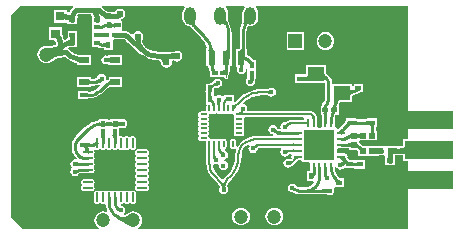
<source format=gbl>
G04*
G04 #@! TF.GenerationSoftware,Altium Limited,Altium Designer,18.1.6 (161)*
G04*
G04 Layer_Physical_Order=4*
G04 Layer_Color=16711680*
%FSLAX25Y25*%
%MOIN*%
G70*
G01*
G75*
%ADD15R,0.01968X0.01772*%
%ADD18R,0.03150X0.03150*%
%ADD19R,0.01575X0.01968*%
%ADD20R,0.16000X0.06000*%
%ADD21R,0.01968X0.01575*%
%ADD31R,0.02362X0.04724*%
%ADD57C,0.01000*%
%ADD58C,0.00800*%
%ADD59C,0.01500*%
%ADD60C,0.04724*%
%ADD61R,0.04724X0.04724*%
%ADD62O,0.03937X0.05906*%
%ADD63C,0.01772*%
%ADD64C,0.02400*%
%ADD66C,0.01600*%
%ADD67R,0.01772X0.01968*%
%ADD68R,0.07480X0.11024*%
%ADD69R,0.06063X0.06693*%
%ADD70O,0.00787X0.02362*%
%ADD71O,0.02362X0.00787*%
%ADD72R,0.04331X0.07480*%
%ADD73R,0.03347X0.02165*%
%ADD74R,0.12323X0.12323*%
%ADD75O,0.00984X0.03347*%
%ADD76O,0.03347X0.00984*%
%ADD77R,0.01929X0.02047*%
%ADD78R,0.02047X0.01929*%
%ADD79R,0.05512X0.04724*%
%ADD80O,0.02953X0.00984*%
%ADD81O,0.00984X0.02953*%
%ADD82R,0.10236X0.10236*%
G36*
X514663Y250494D02*
X513877Y251631D01*
X513860Y251625D01*
X513845Y251625D01*
X513834Y251630D01*
X513825Y251641D01*
X513820Y251657D01*
X513818Y251679D01*
X513820Y251706D01*
X513824Y251738D01*
X513832Y251775D01*
X513843Y251818D01*
X514663Y250494D01*
D02*
G37*
G36*
X507771Y251553D02*
X508173Y250623D01*
X508235Y250522D01*
X508291Y250451D01*
X508341Y250408D01*
X508384Y250394D01*
X506439D01*
X506435Y250423D01*
X506421Y250476D01*
X506325Y250778D01*
X505983Y251759D01*
X507672Y251825D01*
X507771Y251553D01*
D02*
G37*
G36*
X514740Y250383D02*
X514770Y250322D01*
X514663Y250494D01*
X514740Y250383D01*
D02*
G37*
G36*
X512162Y251662D02*
X512191Y251624D01*
X512241Y251591D01*
X512311Y251562D01*
X512400Y251538D01*
X512510Y251518D01*
X512639Y251502D01*
X512957Y251484D01*
X513147Y251482D01*
Y249982D01*
X512957Y249980D01*
X512510Y249947D01*
X512400Y249927D01*
X512311Y249902D01*
X512241Y249873D01*
X512191Y249840D01*
X512162Y249802D01*
X512152Y249760D01*
Y251705D01*
X512162Y251662D01*
D02*
G37*
G36*
X510247Y251892D02*
X510411Y251763D01*
X510429Y251742D01*
X510437Y251725D01*
X510435Y251714D01*
X510424Y251707D01*
X510404Y251705D01*
Y249760D01*
X510391Y249818D01*
X510353Y249887D01*
X510289Y249969D01*
X510200Y250062D01*
X510085Y250167D01*
X509779Y250412D01*
X509370Y250705D01*
X509128Y250869D01*
X510182Y251936D01*
X510247Y251892D01*
D02*
G37*
G36*
X496636Y252132D02*
X496680Y251996D01*
X496754Y251868D01*
X496857Y251748D01*
X496990Y251634D01*
X497152Y251528D01*
X497344Y251429D01*
X497565Y251338D01*
X497815Y251253D01*
X498096Y251176D01*
X498094Y251132D01*
X498129Y251163D01*
X498647Y251017D01*
X499428Y250749D01*
X499894D01*
X499896Y250682D01*
X499903Y250621D01*
X499911Y250584D01*
X500265Y250463D01*
X500286Y250424D01*
X500237Y250401D01*
X500116Y250394D01*
X498172Y248843D01*
X498158Y248986D01*
X498116Y249123D01*
X498046Y249252D01*
X497949Y249375D01*
X497823Y249491D01*
X497670Y249599D01*
X497643Y249615D01*
X497536Y249632D01*
X497321Y249650D01*
X497136Y249647D01*
X496979Y249623D01*
X496850Y249577D01*
X496750Y249510D01*
X496678Y249422D01*
X496636Y249313D01*
X496621Y249182D01*
Y252274D01*
X496636Y252132D01*
D02*
G37*
G36*
X557717Y248214D02*
X557650Y248292D01*
X557580Y248338D01*
X557507Y248351D01*
X557430Y248331D01*
X557350Y248279D01*
X557267Y248194D01*
X557181Y248076D01*
X557091Y247925D01*
X556998Y247742D01*
X556902Y247527D01*
X556175Y248456D01*
X556248Y248636D01*
X556364Y248980D01*
X556408Y249144D01*
X556468Y249456D01*
X556484Y249604D01*
X556491Y249746D01*
X556488Y249884D01*
X556475Y250016D01*
X557717Y248214D01*
D02*
G37*
G36*
X550363Y250284D02*
X550334Y250155D01*
X550323Y250009D01*
X550331Y249845D01*
X550358Y249665D01*
X550403Y249467D01*
X550466Y249253D01*
X550548Y249022D01*
X550767Y248507D01*
X550072Y247571D01*
X549963Y247792D01*
X549762Y248130D01*
X549669Y248248D01*
X549582Y248331D01*
X549500Y248381D01*
X549424Y248395D01*
X549353Y248376D01*
X549287Y248322D01*
X549226Y248233D01*
X550410Y250396D01*
X550363Y250284D01*
D02*
G37*
G36*
X611000Y209743D02*
X609400D01*
Y207649D01*
X609378Y207609D01*
X609372Y207549D01*
X609329Y207523D01*
X609237Y207486D01*
X609097Y207449D01*
X608911Y207418D01*
X608681Y207398D01*
X608395Y207390D01*
X608346Y207368D01*
X607513D01*
X607463Y207390D01*
X606664Y207405D01*
X606462Y207420D01*
X606462Y207525D01*
X606061Y207527D01*
X606025Y207525D01*
X605941Y207525D01*
X605850Y207563D01*
X605760Y207525D01*
X603813D01*
X603687Y207525D01*
X603313D01*
X603187Y207525D01*
X601240D01*
X601150Y207563D01*
X600659Y207565D01*
Y207565D01*
X600137D01*
X600047Y207602D01*
X599957Y207565D01*
X597530Y207565D01*
X597030Y207565D01*
X596431D01*
X596363Y207600D01*
X596322Y207587D01*
X596281Y207601D01*
X596202Y207565D01*
X595961D01*
X595961Y207565D01*
X595710Y207768D01*
X595564Y207908D01*
X595497Y207934D01*
X595330Y208062D01*
X595258Y208178D01*
X595106Y208288D01*
X594984Y208384D01*
X594883Y208473D01*
X594803Y208555D01*
X594743Y208626D01*
X594734Y208639D01*
X594752Y209169D01*
X595038Y209349D01*
X595115Y209358D01*
X595156Y209380D01*
X597565D01*
X597565Y209380D01*
X597624D01*
Y209380D01*
X598065Y209380D01*
X600753D01*
Y211881D01*
X600787Y211941D01*
X600776Y211979D01*
X600791Y212016D01*
X600753Y212106D01*
Y212628D01*
X600368D01*
X600368Y212631D01*
X600353Y212730D01*
X600342Y212859D01*
X600338Y213031D01*
X600311Y213094D01*
Y213483D01*
X600338Y213546D01*
X600342Y213721D01*
X600351Y213857D01*
X600362Y213947D01*
X600679D01*
Y214466D01*
X600716Y214555D01*
X600698Y214601D01*
X600710Y214649D01*
X600679Y214702D01*
Y216722D01*
X598283D01*
X598244Y216748D01*
X598181Y216735D01*
X598122Y216759D01*
X598032Y216722D01*
X597510D01*
Y216502D01*
X597285Y216487D01*
X597113Y216484D01*
X597048Y216456D01*
X594053D01*
X593992Y216484D01*
X593652Y216494D01*
X593584Y216500D01*
Y216722D01*
X593063D01*
X592972Y216759D01*
X592913Y216735D01*
X592850Y216748D01*
X592811Y216722D01*
X591133D01*
X591053Y216759D01*
X591040Y216754D01*
X591028Y216759D01*
X590937Y216722D01*
X590416D01*
Y216216D01*
X590379Y216135D01*
X590376Y216069D01*
X590372Y216031D01*
X590364Y215996D01*
X590354Y215962D01*
X590342Y215929D01*
X590325Y215895D01*
X590304Y215860D01*
X590278Y215823D01*
X590246Y215784D01*
X590193Y215728D01*
X590169Y215665D01*
X588589Y214085D01*
X588585Y214089D01*
X588260Y213664D01*
X588142Y213571D01*
X588048Y213403D01*
X587966Y213270D01*
X587895Y213170D01*
X587818Y213161D01*
X587468Y213162D01*
X587334Y213194D01*
X587218Y213327D01*
Y213628D01*
X586918D01*
X586534Y214128D01*
X586551Y214209D01*
Y215153D01*
X586559Y215193D01*
Y216957D01*
X586550Y217000D01*
X586637Y217435D01*
X586678Y217547D01*
X586730Y217664D01*
X586780Y217757D01*
X586825Y217825D01*
X586861Y217869D01*
X586885Y217892D01*
X586892Y217897D01*
X586935Y217901D01*
X586977Y217924D01*
X588037D01*
Y220144D01*
X588069Y220199D01*
X588057Y220244D01*
X588074Y220287D01*
X588037Y220376D01*
Y220895D01*
X588037Y220895D01*
X587914Y221395D01*
X587969Y221577D01*
X587978Y221585D01*
X588047Y221742D01*
X588109Y221861D01*
X588167Y221957D01*
X588219Y222028D01*
X588263Y222078D01*
X588295Y222106D01*
X588314Y222118D01*
X588319Y222121D01*
X588370Y222125D01*
X588413Y222148D01*
X592356D01*
Y224099D01*
X592390Y224164D01*
X592392Y224183D01*
X592413Y224204D01*
X592461Y224241D01*
X592534Y224288D01*
X592633Y224339D01*
X592758Y224393D01*
X592922Y224453D01*
X592965Y224493D01*
X593024Y224511D01*
X593657Y224849D01*
X593669Y224846D01*
X593759Y224902D01*
X593865Y224910D01*
X594061Y225011D01*
X594436Y225178D01*
X594594Y225238D01*
X594930Y225339D01*
X595071Y225369D01*
X595212Y225392D01*
X595346Y225405D01*
X595494Y225410D01*
X595563Y225441D01*
X595638Y225431D01*
X596084Y225447D01*
Y225550D01*
X596084D01*
X596097Y226016D01*
X596121Y226081D01*
X596090Y226150D01*
X596100Y226225D01*
X596084Y226246D01*
Y228222D01*
X592916D01*
Y227549D01*
X592856Y227513D01*
X592356Y227798D01*
Y228072D01*
X585644D01*
X585638Y228208D01*
X585624Y228702D01*
X585624D01*
X585528Y229435D01*
X585245Y230118D01*
X584795Y230704D01*
X584799Y230709D01*
X584466Y230999D01*
X584428Y231027D01*
X584374Y231066D01*
X584319Y231166D01*
X584174Y231282D01*
X584061Y231384D01*
X583966Y231480D01*
X583889Y231569D01*
X583830Y231649D01*
X583788Y231718D01*
X583760Y231778D01*
X583744Y231826D01*
X583736Y231865D01*
X583730Y231942D01*
X583695Y232014D01*
Y234372D01*
X576983D01*
Y231617D01*
X576584Y231372D01*
X576063D01*
X575972Y231409D01*
X575917Y231386D01*
X575859Y231399D01*
X575816Y231372D01*
X573416D01*
Y228597D01*
X575816D01*
X575859Y228569D01*
X575917Y228582D01*
X575972Y228559D01*
X576063Y228597D01*
X576584D01*
X576584Y228597D01*
X576983Y228447D01*
Y228447D01*
X577022Y228447D01*
X577502D01*
X577591Y228410D01*
X577618Y228421D01*
X577645Y228412D01*
X577715Y228447D01*
X583378D01*
Y223133D01*
X583205Y222704D01*
Y222704D01*
X582755Y222118D01*
X582472Y221435D01*
X582401Y220895D01*
X581916D01*
Y220374D01*
X581878Y220283D01*
X581884Y220268D01*
X581879Y220253D01*
X581916Y220175D01*
Y218671D01*
X581883Y218613D01*
X581894Y218571D01*
X581878Y218532D01*
X581916Y218443D01*
Y217924D01*
X582290D01*
X582290Y217923D01*
X582305Y217823D01*
X582315Y217693D01*
X582319Y217521D01*
X582347Y217458D01*
Y215193D01*
X582355Y215153D01*
Y214209D01*
X582371Y214128D01*
X581988Y213628D01*
X581012D01*
X580629Y214128D01*
X580645Y214209D01*
Y216177D01*
X580616Y216323D01*
X580633Y216365D01*
X580616Y216407D01*
X580622Y216426D01*
X580581Y217110D01*
X580581Y217245D01*
X580559Y217298D01*
X580426Y217966D01*
X580024Y218567D01*
X579423Y218969D01*
X578713Y219110D01*
Y219094D01*
X557737D01*
X557434Y219594D01*
X557515Y220000D01*
X557400Y220580D01*
X557071Y221071D01*
X556580Y221400D01*
X556288Y221458D01*
X556205Y221562D01*
X556134Y221998D01*
X557327Y222978D01*
X558882Y223809D01*
X560569Y224321D01*
X562280Y224489D01*
X562324Y224480D01*
X562856D01*
X562923Y224451D01*
X563796Y224431D01*
X564205Y224397D01*
X564347Y224378D01*
X564452Y224357D01*
X564506Y224342D01*
X564558Y224320D01*
X564593Y224319D01*
X564920Y224100D01*
X565500Y223985D01*
X566080Y224100D01*
X566571Y224429D01*
X566900Y224920D01*
X567015Y225500D01*
X566900Y226080D01*
X566571Y226571D01*
X566080Y226900D01*
X565500Y227015D01*
X564920Y226900D01*
X564593Y226681D01*
X564558Y226680D01*
X564506Y226658D01*
X564452Y226643D01*
X564370Y226627D01*
X563241Y226552D01*
X562933Y226549D01*
X562863Y226520D01*
X562324D01*
Y226534D01*
X560597Y226398D01*
X558914Y225994D01*
X557314Y225331D01*
X555838Y224427D01*
X554521Y223302D01*
X554531Y223292D01*
X553435Y222195D01*
X552935Y222402D01*
Y224620D01*
X549766D01*
Y224326D01*
X549408Y224026D01*
X549071Y224071D01*
X548580Y224400D01*
X548000Y224515D01*
X547420Y224400D01*
X546929Y224071D01*
X546396Y224171D01*
X546350Y224204D01*
X546313Y224295D01*
Y224816D01*
X546313D01*
X546313Y225116D01*
X546313Y225116D01*
Y225638D01*
X546350Y225728D01*
X546335Y225764D01*
X546346Y225801D01*
X546313Y225861D01*
Y226400D01*
X546334Y226439D01*
X546321Y226483D01*
X546338Y226526D01*
X546323Y226558D01*
X546519Y226689D01*
X546683Y226782D01*
X546726Y226836D01*
X547476Y226985D01*
X547500Y226980D01*
X547539Y226988D01*
X547555Y226985D01*
X548135Y227100D01*
X548626Y227429D01*
X548955Y227920D01*
X549070Y228500D01*
X548955Y229080D01*
X548626Y229571D01*
X548135Y229900D01*
X547555Y230015D01*
X546975Y229900D01*
X546484Y229571D01*
X546195Y229139D01*
X545318Y228446D01*
X545120Y228355D01*
X544973Y228298D01*
X544929Y228285D01*
X544534D01*
X544469Y228310D01*
X544415Y228286D01*
X544356Y228297D01*
X544337Y228285D01*
X543538D01*
Y225861D01*
X543504Y225801D01*
X543515Y225764D01*
X543500Y225728D01*
X543538Y225638D01*
Y225116D01*
X543538D01*
X543538Y224816D01*
X543538Y224816D01*
Y224295D01*
X543500Y224204D01*
X543515Y224169D01*
X543504Y224132D01*
X543538Y224071D01*
Y221648D01*
X543600D01*
X543826Y221339D01*
X543900Y221148D01*
X543837Y220830D01*
Y219564D01*
X543713Y219212D01*
X543361Y219088D01*
X542095D01*
X541707Y219011D01*
X541378Y218791D01*
X541158Y218462D01*
X541081Y218075D01*
X541158Y217687D01*
X541166Y217676D01*
X541345Y217287D01*
X541166Y216899D01*
X541158Y216887D01*
X541081Y216500D01*
X541158Y216112D01*
X541166Y216101D01*
X541345Y215712D01*
X541166Y215324D01*
X541158Y215313D01*
X541081Y214925D01*
X541158Y214537D01*
X541166Y214526D01*
X541345Y214138D01*
X541166Y213749D01*
X541158Y213738D01*
X541081Y213350D01*
X541158Y212962D01*
X541378Y212634D01*
Y212492D01*
X541158Y212163D01*
X541081Y211775D01*
X541158Y211388D01*
X541166Y211377D01*
X541345Y210988D01*
X541166Y210599D01*
X541158Y210588D01*
X541081Y210201D01*
X541158Y209813D01*
X541378Y209484D01*
X541707Y209264D01*
X542095Y209187D01*
X543361D01*
X543713Y209063D01*
X543837Y208711D01*
Y208264D01*
X543831Y208232D01*
Y201749D01*
X543816D01*
X543954Y200351D01*
X544361Y199007D01*
X545023Y197768D01*
X545914Y196683D01*
X545925Y196693D01*
X547743Y194875D01*
X547768Y194808D01*
X547941Y194624D01*
X548013Y194534D01*
X548206Y194246D01*
X548230Y194202D01*
X548270Y194098D01*
X548289Y194014D01*
X548294Y193947D01*
X548288Y193888D01*
X548272Y193830D01*
X548219Y193717D01*
X548215Y193639D01*
X548175Y193580D01*
X548060Y193000D01*
X548175Y192420D01*
X548504Y191929D01*
X548995Y191600D01*
X549575Y191485D01*
X550154Y191600D01*
X550646Y191929D01*
X550974Y192420D01*
X551090Y193000D01*
X550974Y193580D01*
X550909Y193678D01*
X550901Y193772D01*
X550850Y193869D01*
X550830Y193927D01*
X550818Y194000D01*
X550814Y194094D01*
X550825Y194209D01*
X550852Y194348D01*
X550899Y194509D01*
X550955Y194656D01*
X550981Y194719D01*
X551059Y194890D01*
X551181Y195122D01*
X551188Y195201D01*
X551571Y195700D01*
X551869Y196076D01*
X552288Y196495D01*
X552308D01*
X552308D01*
X553433Y197812D01*
X554337Y199288D01*
X554978Y200834D01*
X555000Y200888D01*
X555404Y202572D01*
X555540Y204298D01*
X555540Y204298D01*
X555580Y204781D01*
X555673Y205480D01*
X556129Y206582D01*
X556510Y207079D01*
X556510Y207079D01*
X556510Y207079D01*
X556883Y207397D01*
X557362Y207790D01*
X557853Y208053D01*
X558199Y207671D01*
X557967Y207322D01*
X557851Y206743D01*
X557967Y206163D01*
X558295Y205671D01*
X558786Y205343D01*
X559366Y205228D01*
X559946Y205343D01*
X560437Y205671D01*
X560766Y206163D01*
X560782Y206246D01*
X560838Y206309D01*
X560877Y206422D01*
X560906Y206477D01*
X560946Y206527D01*
X561002Y206579D01*
X561082Y206633D01*
X561191Y206688D01*
X561331Y206740D01*
X561504Y206786D01*
X561683Y206819D01*
X561775Y206831D01*
X561964Y206852D01*
X561973Y206857D01*
X562183Y206885D01*
Y206890D01*
X568574D01*
X568808Y206390D01*
X568600Y206080D01*
X568485Y205500D01*
X568600Y204920D01*
X568929Y204429D01*
X569420Y204100D01*
X570000Y203985D01*
X570580Y204100D01*
X571071Y204429D01*
X571400Y204920D01*
X571400Y204921D01*
X571951D01*
X572173Y204620D01*
X572191Y204552D01*
X572203Y204399D01*
X572119Y203972D01*
X572203Y203546D01*
X572065Y203345D01*
X571658Y203167D01*
X571597Y203168D01*
X571580Y203180D01*
X571000Y203295D01*
X570420Y203180D01*
X569929Y202851D01*
X569600Y202360D01*
X569485Y201780D01*
X569600Y201200D01*
X569929Y200709D01*
X570420Y200380D01*
X571000Y200265D01*
X571580Y200380D01*
X572071Y200709D01*
X572100Y200752D01*
X572100Y200752D01*
X572915Y201297D01*
X572981Y201396D01*
X573023Y201428D01*
X573093Y201474D01*
X573095Y201483D01*
X573477Y201776D01*
X573469Y201783D01*
X574107Y202421D01*
X574176Y202448D01*
X574289Y202556D01*
X574386Y202640D01*
X574474Y202707D01*
X574553Y202760D01*
X574621Y202799D01*
X574678Y202825D01*
X574722Y202840D01*
X574753Y202847D01*
X574774Y202849D01*
X574831Y202846D01*
X574866Y202859D01*
X575201D01*
X575282Y202875D01*
X575782Y202492D01*
Y202191D01*
X578051D01*
X578434Y201691D01*
X578418Y201610D01*
Y200666D01*
X578410Y200626D01*
Y199068D01*
X577400D01*
Y195900D01*
X579433D01*
X579680Y195400D01*
X579222Y194803D01*
X579207Y194793D01*
X579203Y194787D01*
X578467Y194223D01*
X577604Y193865D01*
X576693Y193745D01*
X574768D01*
X574751Y193742D01*
X574687Y193774D01*
X574497Y193789D01*
X574463Y193794D01*
X574207Y193845D01*
X574136Y193868D01*
X574069Y193898D01*
X574027Y193925D01*
X574003Y193944D01*
X573991Y193958D01*
X573984Y193970D01*
X573958Y194038D01*
X573910Y194090D01*
X573900Y194143D01*
X573571Y194634D01*
X573080Y194963D01*
X572500Y195078D01*
X571920Y194963D01*
X571429Y194634D01*
X571100Y194143D01*
X570985Y193563D01*
X571100Y192983D01*
X571429Y192492D01*
X571920Y192163D01*
X572500Y192048D01*
X572584Y192065D01*
X573148Y191840D01*
X573643Y191634D01*
X573671Y191631D01*
X573731Y191607D01*
X573841Y191608D01*
X573989Y191589D01*
X574074Y191569D01*
X574086Y191576D01*
X574768Y191486D01*
Y191502D01*
X576677D01*
Y191496D01*
X576743Y191502D01*
X582424D01*
X582489Y191474D01*
X583379Y191463D01*
X583956Y191431D01*
X584056Y191419D01*
X584110Y191409D01*
X584151Y191397D01*
X584159Y191398D01*
X584420Y191224D01*
X585000Y191109D01*
X585580Y191224D01*
X586071Y191552D01*
X586400Y192044D01*
X586515Y192624D01*
X586400Y193203D01*
X586257Y193416D01*
X586575Y193841D01*
X589608D01*
Y196812D01*
X588560D01*
X588532Y196830D01*
X588468Y196814D01*
X588406Y196837D01*
X588351Y196812D01*
X588259D01*
X588165Y196889D01*
X588030Y197016D01*
X587670Y197416D01*
X587462Y197672D01*
X587436Y197687D01*
X587270Y197903D01*
X586726Y199216D01*
X586604Y200145D01*
X586559Y200626D01*
X586559Y200626D01*
X586567Y200628D01*
X587100Y200512D01*
X587429Y200021D01*
X587920Y199692D01*
X588500Y199577D01*
X589080Y199692D01*
X589450Y199940D01*
X589916Y200022D01*
X589916Y200022D01*
X589916Y200022D01*
X592311D01*
X592350Y199996D01*
X592413Y200009D01*
X592472Y199985D01*
X592563Y200022D01*
X593084D01*
Y200022D01*
X593416Y199959D01*
X593416Y199959D01*
X593558Y199959D01*
X593937D01*
X594028Y199922D01*
X594076Y199942D01*
X594128Y199929D01*
X594176Y199959D01*
X596584D01*
Y202734D01*
X594209D01*
X594184Y202752D01*
X594103Y202740D01*
X594028Y202771D01*
X593937Y202734D01*
X593416D01*
Y202734D01*
X593084Y202797D01*
X593084Y202797D01*
X592942Y202797D01*
X592563D01*
X592472Y202834D01*
X592413Y202810D01*
X592350Y202823D01*
X592311Y202797D01*
X592111D01*
X592080Y202815D01*
X592042Y202806D01*
X592005Y202822D01*
X591939Y202797D01*
X591627D01*
X591551Y202853D01*
X591439Y202948D01*
X591302Y203079D01*
X591238Y203104D01*
X591146Y203196D01*
X591121Y203260D01*
X591011Y203375D01*
X590932Y203467D01*
X590872Y203545D01*
X590834Y203604D01*
X590817Y203637D01*
X590817Y203641D01*
X590816Y203644D01*
X590847Y203802D01*
X590865Y203864D01*
X590861Y203871D01*
X590881Y203972D01*
X590797Y204399D01*
X590555Y204760D01*
X590194Y205001D01*
X589768Y205086D01*
X588824D01*
X588784Y205094D01*
X588743Y205086D01*
X587799D01*
X587718Y205070D01*
X587218Y205453D01*
Y206429D01*
X587718Y206812D01*
X587799Y206796D01*
X588743D01*
X588784Y206788D01*
X590909D01*
X590971Y206760D01*
X591143Y206756D01*
X591270Y206745D01*
X591366Y206729D01*
X591376Y206726D01*
Y206250D01*
X593909D01*
X593991Y206213D01*
X594005Y206213D01*
X594092Y206122D01*
X594209Y205988D01*
X594297Y205873D01*
X594341Y205805D01*
Y205553D01*
X594304Y205452D01*
X594323Y205412D01*
X594313Y205368D01*
X594341Y205324D01*
Y204317D01*
X597030D01*
X597470Y204317D01*
X597970Y204317D01*
X599957D01*
X600047Y204280D01*
X600137Y204317D01*
X600659D01*
X600659Y204317D01*
X601150Y204319D01*
X601240Y204357D01*
X603116D01*
X603258Y204275D01*
X603490Y203872D01*
X603488Y203470D01*
X603490Y203434D01*
X603490Y203350D01*
X603453Y203260D01*
X603490Y203169D01*
Y201097D01*
X604874D01*
X605075Y201057D01*
X605276Y201097D01*
X606659D01*
Y203169D01*
X606697Y203260D01*
X606659Y203350D01*
X606659Y203435D01*
X606661Y203470D01*
X606659Y203872D01*
X606577D01*
X606536Y204444D01*
X607171Y204490D01*
X607454Y204491D01*
X607506Y204514D01*
X608346D01*
X608395Y204492D01*
X608681Y204484D01*
X608911Y204464D01*
X609097Y204433D01*
X609237Y204396D01*
X609329Y204359D01*
X609372Y204332D01*
X609378Y204273D01*
X609400Y204232D01*
Y202543D01*
X611000D01*
Y179712D01*
X521215D01*
X521142Y179855D01*
X521082Y180212D01*
X521613Y180619D01*
X522087Y181238D01*
X522386Y181958D01*
X522488Y182732D01*
X522386Y183505D01*
X522087Y184226D01*
X521613Y184845D01*
X520994Y185319D01*
X520273Y185618D01*
X519500Y185720D01*
X518727Y185618D01*
X518006Y185319D01*
X517900Y185238D01*
X517806Y185221D01*
X517422Y184978D01*
X517075Y184800D01*
X516743Y184672D01*
X516526Y184615D01*
X516325Y185063D01*
X516321Y185080D01*
X516357Y185104D01*
X516685Y185595D01*
X516801Y186175D01*
X516685Y186755D01*
X516357Y187246D01*
X515865Y187575D01*
X515489Y187649D01*
Y188159D01*
X515712Y188204D01*
X515930Y188349D01*
X516270Y188410D01*
X516610Y188349D01*
X516828Y188204D01*
X517254Y188119D01*
X517680Y188204D01*
X517898Y188349D01*
X518238Y188410D01*
X518579Y188349D01*
X518797Y188204D01*
X519223Y188119D01*
X519649Y188204D01*
X520010Y188445D01*
X520252Y188806D01*
X520336Y189232D01*
Y191595D01*
X520252Y192021D01*
X520010Y192382D01*
X519649Y192623D01*
X519223Y192708D01*
X518797Y192623D01*
X518579Y192478D01*
X518238Y192417D01*
X517898Y192478D01*
X517680Y192623D01*
X517254Y192708D01*
X516828Y192623D01*
X516610Y192478D01*
X516270Y192417D01*
X515930Y192478D01*
X515712Y192623D01*
X515286Y192708D01*
X514860Y192623D01*
X514642Y192478D01*
X514301Y192417D01*
X513961Y192478D01*
X513743Y192623D01*
X513317Y192708D01*
X512891Y192623D01*
X512673Y192478D01*
X512333Y192417D01*
X511993Y192478D01*
X511775Y192623D01*
X511349Y192708D01*
X510923Y192623D01*
X510705Y192478D01*
X510364Y192417D01*
X510024Y192478D01*
X509806Y192623D01*
X509380Y192708D01*
X508954Y192623D01*
X508736Y192478D01*
X508396Y192417D01*
X508056Y192478D01*
X507838Y192623D01*
X507412Y192708D01*
X506986Y192623D01*
X506624Y192382D01*
X506383Y192021D01*
X506298Y191595D01*
Y189232D01*
X506383Y188806D01*
X506624Y188445D01*
X506986Y188204D01*
X507412Y188119D01*
X507838Y188204D01*
X508056Y188349D01*
X508396Y188410D01*
X508736Y188349D01*
X508954Y188204D01*
X509380Y188119D01*
X509753Y188193D01*
X509844Y188181D01*
X510282Y187920D01*
X510338Y187361D01*
X510689Y186203D01*
X510837Y185925D01*
X510480Y185532D01*
X510273Y185618D01*
X509500Y185720D01*
X508727Y185618D01*
X508006Y185319D01*
X507387Y184845D01*
X506913Y184226D01*
X506614Y183505D01*
X506512Y182732D01*
X506614Y181958D01*
X506913Y181238D01*
X507387Y180619D01*
X507918Y180212D01*
X507858Y179855D01*
X507785Y179712D01*
X482795D01*
X478712Y183795D01*
Y199000D01*
Y251205D01*
X481795Y254288D01*
X499396D01*
X499500Y253790D01*
X498803Y253255D01*
X498802Y253256D01*
X498239Y252521D01*
X498147Y252301D01*
X497666Y252129D01*
X497483Y252226D01*
X497245Y252450D01*
Y252907D01*
X496661D01*
X496621Y252923D01*
X496589Y252910D01*
X496555Y252920D01*
X496531Y252907D01*
X492896D01*
Y248557D01*
X496513D01*
X496551Y248537D01*
X496587Y248547D01*
X496621Y248533D01*
X496681Y248557D01*
X497245D01*
X497560Y248231D01*
Y248231D01*
X498039D01*
X498099Y248197D01*
X498167Y248217D01*
X498235Y248196D01*
X498299Y248231D01*
X500728D01*
Y249984D01*
X500747Y250039D01*
X500896Y250202D01*
X500895Y250227D01*
X500911Y250247D01*
X500885Y250472D01*
X500875Y250699D01*
X500856Y250716D01*
X500853Y250740D01*
X500832Y250779D01*
X500728Y250861D01*
Y251006D01*
X500930Y251376D01*
X501180Y251487D01*
X501185Y251486D01*
X505377D01*
X505402Y251454D01*
X505709Y250573D01*
X505797Y250296D01*
X505806Y250260D01*
X505828Y250232D01*
Y245672D01*
Y243113D01*
Y240553D01*
X507406D01*
X508204Y240223D01*
X508264Y240215D01*
X508307Y240181D01*
X508332Y240173D01*
X508423Y240183D01*
X508457Y240168D01*
X508498Y240184D01*
X508595Y240171D01*
X508644Y240162D01*
X508652Y240161D01*
X509123Y240102D01*
X509364Y240083D01*
X509364Y240083D01*
X509486Y240080D01*
X509610Y240072D01*
X509663Y240068D01*
X509760Y240053D01*
X509768Y240051D01*
Y239648D01*
X510290D01*
X510380Y239611D01*
X510416Y239625D01*
X510452Y239615D01*
X510513Y239648D01*
X512543D01*
Y242816D01*
X512961Y243014D01*
X514280D01*
X514281Y243014D01*
X514282Y243014D01*
X514312D01*
X514402Y242977D01*
X514492Y243014D01*
X515014D01*
Y243082D01*
X515291Y243099D01*
X515476Y243101D01*
X515518Y243119D01*
X516216Y243027D01*
X516909Y242739D01*
X517125Y242574D01*
X517504Y242282D01*
X517849Y241936D01*
X520330Y239456D01*
X520324Y239450D01*
X521682Y238289D01*
X523206Y237356D01*
X524856Y236672D01*
X526593Y236255D01*
X528018Y236143D01*
X528164Y235924D01*
X528205Y235816D01*
X528404Y235607D01*
X528546Y235435D01*
X528592Y235371D01*
X528629Y235313D01*
X528653Y235269D01*
X528666Y235241D01*
X528669Y235232D01*
X528676Y235200D01*
X528744Y235100D01*
X528804Y234798D01*
X529202Y234202D01*
X529798Y233804D01*
X530500Y233665D01*
X531202Y233804D01*
X531798Y234202D01*
X532196Y234798D01*
X532335Y235500D01*
X532298Y235685D01*
X532625Y236064D01*
X532835Y236054D01*
X532924Y236044D01*
X532945Y236040D01*
X533298Y235804D01*
X534000Y235665D01*
X534702Y235804D01*
X535298Y236202D01*
X535696Y236798D01*
X535835Y237500D01*
X535696Y238202D01*
X535298Y238798D01*
X534702Y239196D01*
X534000Y239335D01*
X533298Y239196D01*
X532994Y238993D01*
X530637Y238899D01*
X530589Y238877D01*
X528374D01*
X528314Y238864D01*
X526688Y239024D01*
X525067Y239516D01*
X523573Y240315D01*
X523473Y240397D01*
X522968Y241055D01*
X522963Y241101D01*
X522787Y241410D01*
X522501Y242103D01*
X522418Y242731D01*
X522423Y242759D01*
X522452Y242836D01*
X522522Y242953D01*
X522539Y243063D01*
X522696Y243298D01*
X522835Y244000D01*
X522696Y244702D01*
X522298Y245298D01*
X521702Y245696D01*
X521000Y245835D01*
X520298Y245696D01*
X519702Y245298D01*
X519435Y244898D01*
X518838Y244726D01*
X518296Y245142D01*
X516934Y245706D01*
X516028Y245825D01*
X515838Y246247D01*
Y249218D01*
X515318D01*
X515268Y249718D01*
X515702Y249804D01*
X516298Y250202D01*
X516696Y250798D01*
X516835Y251500D01*
X516696Y252202D01*
X516298Y252798D01*
X515702Y253196D01*
X515000Y253335D01*
X514298Y253196D01*
X513702Y252798D01*
X513304Y252202D01*
X513199Y252152D01*
X512764Y252317D01*
Y252316D01*
X512242D01*
X512152Y252354D01*
X512080Y252324D01*
X512003Y252337D01*
X511975Y252316D01*
X510757D01*
X510648Y252402D01*
X510625Y252409D01*
X510611Y252430D01*
X510546Y252474D01*
X510526Y252478D01*
X509751Y253253D01*
X509753Y253255D01*
X509055Y253790D01*
X509159Y254288D01*
X536410D01*
X536574Y253915D01*
X536595Y253788D01*
X536205Y253280D01*
X535946Y252655D01*
X535858Y251984D01*
Y250016D01*
X535946Y249345D01*
X536205Y248720D01*
X536617Y248184D01*
X537153Y247772D01*
X537778Y247513D01*
X538241Y247452D01*
X538254Y247445D01*
X538329Y247387D01*
X538417Y247307D01*
X538662Y247036D01*
X538798Y246863D01*
X538916Y246796D01*
X539205Y246444D01*
X539212Y246451D01*
X542003Y243660D01*
X542003Y243660D01*
X542320Y243291D01*
X543058Y242392D01*
X543836Y240937D01*
X543980Y240462D01*
X543806Y239962D01*
X543806D01*
Y239424D01*
X543770Y239338D01*
X543784Y239305D01*
X543774Y239271D01*
X543806Y239212D01*
Y234038D01*
X544486D01*
X544592Y233235D01*
X544588Y233180D01*
X544721Y232781D01*
X544732Y232768D01*
X544732Y232752D01*
X544787Y232608D01*
X544801Y232594D01*
X544801Y232575D01*
X544849Y232468D01*
X544876Y232444D01*
X544881Y232408D01*
X544922Y232338D01*
X544958Y232311D01*
X544963Y232298D01*
Y230514D01*
X549372D01*
X549607Y230447D01*
X549889Y230190D01*
X549999Y230043D01*
X550014Y229968D01*
X550078Y229925D01*
X550147Y229818D01*
X550172Y229813D01*
X550187Y229792D01*
X550222Y229772D01*
X550334Y229756D01*
X550426Y229695D01*
X550428Y229693D01*
X550571Y229722D01*
X550623Y229714D01*
X550633Y229712D01*
X550634Y229713D01*
X550714Y229701D01*
X550805Y229769D01*
X550916Y229792D01*
X550916Y229793D01*
X550996Y229913D01*
X551112Y230000D01*
X551128Y230112D01*
X551190Y230206D01*
X551517Y231882D01*
X551514Y231901D01*
X551523Y231918D01*
X551606Y232517D01*
X551619Y232609D01*
X551649Y233008D01*
X551629D01*
Y233571D01*
X551657Y233633D01*
X551662Y233805D01*
X551673Y233933D01*
X551689Y234029D01*
X551691Y234038D01*
X552289D01*
Y239263D01*
X552326Y239355D01*
X552315Y239383D01*
X552323Y239411D01*
X552311Y239435D01*
X552289Y239779D01*
Y239962D01*
X552277D01*
X552263Y240182D01*
X552263Y240352D01*
X552235Y240419D01*
Y244567D01*
X552263D01*
X552066Y246566D01*
X551483Y248488D01*
X551365Y248708D01*
X551365Y248762D01*
X551153Y249258D01*
X551084Y249454D01*
X551031Y249632D01*
X551004Y249749D01*
X551040Y250016D01*
Y251984D01*
X550951Y252655D01*
X550692Y253280D01*
X550302Y253788D01*
X550324Y253915D01*
X550487Y254288D01*
X556410D01*
X556574Y253915D01*
X556595Y253788D01*
X556205Y253280D01*
X555946Y252655D01*
X555858Y251984D01*
Y250166D01*
X555837Y250133D01*
X555856Y250043D01*
X555829Y249955D01*
X555839Y249847D01*
X555841Y249755D01*
X555836Y249654D01*
X555825Y249552D01*
X555775Y249290D01*
X555742Y249169D01*
X555638Y248862D01*
X555573Y248699D01*
X555573Y248662D01*
X555539Y248551D01*
X555531Y248535D01*
X555533Y248528D01*
X555070Y247003D01*
X554889Y245172D01*
X554913D01*
Y240429D01*
X554885Y240367D01*
X554881Y240195D01*
X554870Y240069D01*
X554854Y239972D01*
X554851Y239962D01*
X553648D01*
Y234038D01*
X553805D01*
X554084Y233604D01*
X554092Y233538D01*
X553985Y233000D01*
X554100Y232420D01*
X554429Y231929D01*
X554920Y231600D01*
X555500Y231485D01*
X556080Y231600D01*
X556571Y231929D01*
X556900Y232420D01*
X557015Y233000D01*
X556993Y233111D01*
X557224Y233428D01*
X557514Y233166D01*
Y230695D01*
X557483Y230642D01*
X557495Y230596D01*
X557477Y230551D01*
X557514Y230461D01*
Y230128D01*
X557429Y230071D01*
X557100Y229580D01*
X556985Y229000D01*
X557100Y228420D01*
X557429Y227929D01*
X557920Y227600D01*
X558500Y227485D01*
X559080Y227600D01*
X559571Y227929D01*
X559900Y228420D01*
X559959Y228718D01*
X560004Y228786D01*
X560132Y229430D01*
X560132Y229430D01*
X560149Y229538D01*
X560149Y229539D01*
X560152Y229687D01*
X560170Y229914D01*
X560173Y229939D01*
X560486D01*
Y230461D01*
X560523Y230551D01*
X560505Y230596D01*
X560517Y230642D01*
X560486Y230695D01*
Y235262D01*
X560502Y235283D01*
X560493Y235351D01*
X560522Y235413D01*
X560495Y235492D01*
X560486Y235959D01*
D01*
Y236061D01*
X560039Y236077D01*
X559971Y236068D01*
X559909Y236097D01*
X559816Y236102D01*
X559753Y236112D01*
X559683Y236131D01*
X559605Y236160D01*
X559519Y236201D01*
X559426Y236255D01*
X559333Y236317D01*
X559244Y236390D01*
X558878Y236713D01*
X558878Y236713D01*
X557868Y237488D01*
X557837Y237501D01*
X557816Y237526D01*
X557654Y237610D01*
X557528Y237683D01*
X557425Y237752D01*
X557346Y237814D01*
X557290Y237867D01*
X557256Y237908D01*
X557240Y237932D01*
X557237Y237938D01*
X557233Y237982D01*
X557210Y238026D01*
Y239263D01*
X557248Y239355D01*
X557236Y239383D01*
X557245Y239411D01*
X557232Y239435D01*
X557210Y239779D01*
Y239962D01*
X557199D01*
X557185Y240182D01*
X557184Y240352D01*
X557156Y240419D01*
Y245172D01*
X557152Y245191D01*
X557287Y246562D01*
X557453Y247107D01*
X557778Y247513D01*
X558449Y247425D01*
X559119Y247513D01*
X559744Y247772D01*
X560281Y248184D01*
X560692Y248720D01*
X560951Y249345D01*
X561039Y250016D01*
Y251984D01*
X560951Y252655D01*
X560692Y253280D01*
X560302Y253788D01*
X560324Y253915D01*
X560487Y254288D01*
X611000D01*
Y209743D01*
D02*
G37*
G36*
X539924Y248807D02*
X539866Y248746D01*
X539832Y248670D01*
X539822Y248577D01*
X539836Y248469D01*
X539874Y248345D01*
X539937Y248204D01*
X540024Y248048D01*
X540134Y247876D01*
X540270Y247689D01*
X539310Y247263D01*
X539159Y247455D01*
X538877Y247767D01*
X538746Y247886D01*
X538620Y247983D01*
X538500Y248055D01*
X538387Y248102D01*
X538279Y248127D01*
X538178Y248127D01*
X538083Y248103D01*
X540007Y248852D01*
X539924Y248807D01*
D02*
G37*
G36*
X512162Y248662D02*
X512192Y248582D01*
X512242Y248511D01*
X512312Y248449D01*
X512402Y248398D01*
X512512Y248355D01*
X512642Y248322D01*
X512748Y248305D01*
X512792Y248309D01*
X512922Y248332D01*
X513032Y248361D01*
X513122Y248397D01*
X513192Y248440D01*
X513242Y248488D01*
X513272Y248544D01*
X513282Y248606D01*
Y246859D01*
X513272Y246938D01*
X513242Y247010D01*
X513192Y247073D01*
X513122Y247128D01*
X513032Y247174D01*
X512922Y247212D01*
X512792Y247242D01*
X512728Y247251D01*
X512642Y247237D01*
X512512Y247204D01*
X512402Y247162D01*
X512312Y247110D01*
X512242Y247048D01*
X512192Y246977D01*
X512162Y246897D01*
X512152Y246807D01*
Y248752D01*
X512162Y248662D01*
D02*
G37*
G36*
X510404Y246807D02*
X510400Y246897D01*
X510387Y246977D01*
X510366Y247048D01*
X510337Y247110D01*
X510299Y247162D01*
X510253Y247204D01*
X510199Y247237D01*
X510136Y247261D01*
X510065Y247275D01*
X509985Y247280D01*
Y248280D01*
X510065Y248284D01*
X510136Y248298D01*
X510199Y248322D01*
X510253Y248355D01*
X510299Y248398D01*
X510337Y248449D01*
X510366Y248511D01*
X510387Y248582D01*
X510400Y248662D01*
X510404Y248752D01*
Y246807D01*
D02*
G37*
G36*
X508384Y247792D02*
X508390Y247695D01*
X508394Y247673D01*
X508398Y247655D01*
X508404Y247642D01*
X508410Y247634D01*
X508417Y247631D01*
X508424Y247633D01*
X509131Y246926D01*
X508989Y246849D01*
X508653Y246634D01*
X508571Y246568D01*
X508503Y246506D01*
X508451Y246446D01*
X508414Y246389D01*
X508391Y246335D01*
X508384Y246284D01*
Y247834D01*
X508384Y247792D01*
D02*
G37*
G36*
X509505Y243626D02*
X509495Y243697D01*
X509465Y243761D01*
X509415Y243817D01*
X509345Y243865D01*
X509255Y243906D01*
X509145Y243940D01*
X509015Y243966D01*
X508919Y243978D01*
X508874Y243975D01*
X508744Y243956D01*
X508634Y243931D01*
X508544Y243901D01*
X508474Y243865D01*
X508424Y243824D01*
X508394Y243777D01*
X508384Y243725D01*
Y245275D01*
X508394Y245223D01*
X508424Y245176D01*
X508474Y245135D01*
X508544Y245099D01*
X508634Y245069D01*
X508744Y245044D01*
X508874Y245025D01*
X508897Y245023D01*
X509015Y245034D01*
X509145Y245060D01*
X509255Y245093D01*
X509345Y245135D01*
X509415Y245183D01*
X509465Y245239D01*
X509495Y245303D01*
X509505Y245374D01*
Y243626D01*
D02*
G37*
G36*
X514413Y245350D02*
X514445Y245329D01*
X514498Y245311D01*
X514573Y245295D01*
X514669Y245281D01*
X514926Y245261D01*
X515472Y245250D01*
Y243750D01*
X515269Y243749D01*
X514573Y243705D01*
X514498Y243689D01*
X514445Y243671D01*
X514413Y243650D01*
X514402Y243626D01*
Y245374D01*
X514413Y245350D01*
D02*
G37*
G36*
X508391Y242262D02*
X508414Y242171D01*
X508450Y242088D01*
X508502Y242014D01*
X508569Y241947D01*
X508650Y241888D01*
X508746Y241837D01*
X508857Y241794D01*
X508982Y241759D01*
X509123Y241732D01*
X508516Y240796D01*
X508491Y240803D01*
X508468Y240817D01*
X508449Y240838D01*
X508431Y240865D01*
X508417Y240899D01*
X508405Y240939D01*
X508396Y240986D01*
X508389Y241039D01*
X508385Y241099D01*
X508384Y241165D01*
Y242360D01*
X508391Y242262D01*
D02*
G37*
G36*
X521864Y243119D02*
X521795Y242932D01*
X521757Y242726D01*
X521752Y242503D01*
X521779Y242261D01*
X521838Y242002D01*
X521930Y241724D01*
X522053Y241428D01*
X522209Y241113D01*
X522398Y240781D01*
X520743Y240730D01*
X520323Y243009D01*
X521966Y243288D01*
X521864Y243119D01*
D02*
G37*
G36*
X510380Y240260D02*
X510370Y240350D01*
X510340Y240430D01*
X510290Y240501D01*
X510220Y240562D01*
X510130Y240614D01*
X510020Y240657D01*
X509890Y240690D01*
X509740Y240713D01*
X509570Y240728D01*
X509380Y240732D01*
Y241732D01*
X509570Y241737D01*
X509740Y241751D01*
X509890Y241775D01*
X510020Y241808D01*
X510130Y241850D01*
X510220Y241902D01*
X510290Y241964D01*
X510340Y242035D01*
X510370Y242115D01*
X510380Y242204D01*
Y240260D01*
D02*
G37*
G36*
X556535Y240160D02*
X556586Y239360D01*
X556598Y239350D01*
X555035Y239338D01*
X555130Y239349D01*
X555215Y239380D01*
X555290Y239431D01*
X555355Y239502D01*
X555410Y239593D01*
X555455Y239704D01*
X555490Y239836D01*
X555515Y239987D01*
X555530Y240159D01*
X555535Y240350D01*
X556535D01*
X556535Y240160D01*
D02*
G37*
G36*
X551614D02*
X551665Y239360D01*
X551677Y239350D01*
X550113Y239338D01*
X550208Y239349D01*
X550293Y239380D01*
X550368Y239431D01*
X550433Y239502D01*
X550488Y239593D01*
X550533Y239704D01*
X550568Y239836D01*
X550593Y239987D01*
X550608Y240159D01*
X550613Y240350D01*
X551613D01*
X551614Y240160D01*
D02*
G37*
G36*
X545788Y240139D02*
X545842Y239971D01*
X545901Y239823D01*
X545966Y239694D01*
X546036Y239585D01*
X546112Y239496D01*
X546194Y239427D01*
X546280Y239378D01*
X546373Y239348D01*
X546471Y239338D01*
X544419D01*
X544514Y239348D01*
X544593Y239377D01*
X544658Y239427D01*
X544708Y239496D01*
X544744Y239584D01*
X544765Y239692D01*
X544771Y239820D01*
X544763Y239968D01*
X544740Y240135D01*
X544702Y240322D01*
X545740Y240327D01*
X545788Y240139D01*
D02*
G37*
G36*
X533152Y236651D02*
X533109Y236670D01*
X533021Y236687D01*
X532886Y236701D01*
X532208Y236734D01*
X530663Y236750D01*
Y238250D01*
X533152Y238349D01*
Y236651D01*
D02*
G37*
G36*
X556596Y237820D02*
X556624Y237718D01*
X556670Y237617D01*
X556735Y237517D01*
X556819Y237419D01*
X556922Y237322D01*
X557043Y237227D01*
X557183Y237133D01*
X557341Y237040D01*
X557518Y236949D01*
X557460Y235783D01*
X557294Y235858D01*
X557146Y235915D01*
X557015Y235954D01*
X556901Y235974D01*
X556805Y235975D01*
X556726Y235957D01*
X556665Y235921D01*
X556621Y235866D01*
X556595Y235793D01*
X556586Y235701D01*
Y237924D01*
X556596Y237820D01*
D02*
G37*
G36*
X529852Y237211D02*
X530168Y236940D01*
X530263Y236871D01*
X530353Y236813D01*
X530439Y236766D01*
X530520Y236729D01*
X530595Y236703D01*
X530666Y236688D01*
X529312Y235334D01*
X529297Y235405D01*
X529271Y235480D01*
X529234Y235561D01*
X529187Y235647D01*
X529129Y235737D01*
X529060Y235832D01*
X528890Y236038D01*
X528677Y236263D01*
X529737Y237323D01*
X529852Y237211D01*
D02*
G37*
G36*
X558669Y236021D02*
X558946Y235795D01*
X559083Y235703D01*
X559218Y235625D01*
X559352Y235562D01*
X559484Y235512D01*
X559616Y235477D01*
X559745Y235456D01*
X559874Y235449D01*
X558138Y234436D01*
X558213Y234493D01*
X558262Y234563D01*
X558285Y234644D01*
X558282Y234738D01*
X558252Y234843D01*
X558197Y234961D01*
X558116Y235091D01*
X558009Y235232D01*
X557876Y235386D01*
X557717Y235552D01*
X558528Y236156D01*
X558669Y236021D01*
D02*
G37*
G36*
X546492Y234658D02*
X546407Y234648D01*
X546332Y234631D01*
X546267Y234607D01*
X546212Y234576D01*
X546167Y234539D01*
X546132Y234494D01*
X546107Y234442D01*
X546092Y234384D01*
X546087Y234319D01*
X545087D01*
X545082Y234384D01*
X545067Y234442D01*
X545042Y234494D01*
X545007Y234539D01*
X544962Y234576D01*
X544907Y234607D01*
X544842Y234631D01*
X544767Y234648D01*
X544682Y234658D01*
X544587Y234662D01*
X546587D01*
X546492Y234658D01*
D02*
G37*
G36*
X551413Y234652D02*
X551328Y234621D01*
X551253Y234571D01*
X551188Y234500D01*
X551133Y234409D01*
X551088Y234297D01*
X551053Y234166D01*
X551028Y234014D01*
X551013Y233842D01*
X551008Y233650D01*
X550008D01*
X550003Y233842D01*
X549988Y234014D01*
X549963Y234166D01*
X549928Y234297D01*
X549883Y234409D01*
X549828Y234500D01*
X549763Y234571D01*
X549688Y234621D01*
X549603Y234652D01*
X549508Y234662D01*
X551508D01*
X551413Y234652D01*
D02*
G37*
G36*
X556001Y235169D02*
X556036Y234662D01*
X556500D01*
X556405Y234652D01*
X556320Y234621D01*
X556245Y234571D01*
X556180Y234500D01*
X556125Y234409D01*
X556080Y234297D01*
X556064Y234238D01*
X556103Y233668D01*
X556127Y233626D01*
X554873D01*
X554897Y233668D01*
X554919Y233742D01*
X554938Y233848D01*
X554954Y233987D01*
X554962Y234123D01*
X554955Y234166D01*
X554920Y234297D01*
X554875Y234409D01*
X554820Y234500D01*
X554755Y234571D01*
X554680Y234621D01*
X554595Y234652D01*
X554500Y234662D01*
X554989D01*
X555000Y235503D01*
X556000D01*
X556001Y235169D01*
D02*
G37*
G36*
X546196Y233624D02*
X546262Y233465D01*
X546334Y233325D01*
X546410Y233203D01*
X546491Y233099D01*
X546577Y233014D01*
X546668Y232948D01*
X546764Y232901D01*
X546864Y232872D01*
X546970Y232862D01*
X545575Y232874D01*
X545571Y232758D01*
X545560Y232679D01*
X545542Y232638D01*
X545516Y232633D01*
X545482Y232666D01*
X545441Y232736D01*
X545393Y232843D01*
X545337Y232987D01*
X545204Y233386D01*
X546135Y233802D01*
X546196Y233624D01*
D02*
G37*
G36*
X550976Y232698D02*
X550880Y232007D01*
X550553Y230330D01*
X550518Y230351D01*
X550492Y230491D01*
X550477Y230749D01*
X550472Y231126D01*
X549481Y232862D01*
X549560Y232734D01*
X549634Y232638D01*
X549701Y232573D01*
X549762Y232540D01*
X549818Y232539D01*
X549868Y232569D01*
X549912Y232631D01*
X549950Y232725D01*
X549982Y232851D01*
X550008Y233008D01*
X550976Y232698D01*
D02*
G37*
G36*
X577595Y229059D02*
X577588Y229149D01*
X577567Y229228D01*
X577532Y229297D01*
X577483Y229355D01*
X577421Y229403D01*
X577344Y229440D01*
X577253Y229467D01*
X577149Y229483D01*
X577030Y229489D01*
X576898Y229484D01*
X576722Y229482D01*
X576426Y229460D01*
X576305Y229440D01*
X576204Y229415D01*
X576120Y229385D01*
X576056Y229349D01*
X576009Y229308D01*
X575982Y229261D01*
X575972Y229209D01*
Y230760D01*
X575982Y230707D01*
X576009Y230661D01*
X576056Y230619D01*
X576120Y230583D01*
X576204Y230553D01*
X576305Y230528D01*
X576426Y230509D01*
X576565Y230495D01*
X576898Y230484D01*
X577032Y230499D01*
X577152Y230523D01*
X577258Y230555D01*
X577350Y230597D01*
X577428Y230648D01*
X577492Y230708D01*
X577542Y230776D01*
X577577Y230854D01*
X577599Y230941D01*
X577607Y231037D01*
X577595Y229059D01*
D02*
G37*
G36*
X583091Y231777D02*
X583116Y231655D01*
X583157Y231533D01*
X583215Y231411D01*
X583290Y231287D01*
X583381Y231163D01*
X583489Y231038D01*
X583613Y230913D01*
X583754Y230787D01*
X583912Y230660D01*
X583646Y229556D01*
X583539Y229632D01*
X583443Y229687D01*
X583359Y229721D01*
X583286Y229735D01*
X583223Y229727D01*
X583173Y229699D01*
X583133Y229650D01*
X583105Y229580D01*
X583088Y229489D01*
X583082Y229378D01*
Y231897D01*
X583091Y231777D01*
D02*
G37*
G36*
X559500Y231503D02*
X559381Y230551D01*
X559874D01*
X559803Y230541D01*
X559739Y230511D01*
X559683Y230461D01*
X559635Y230391D01*
X559593Y230301D01*
X559560Y230191D01*
X559534Y230061D01*
X559515Y229911D01*
X559504Y229741D01*
X559500Y229551D01*
X559257D01*
X559247Y229476D01*
X559033Y229551D01*
X558500D01*
X558496Y229740D01*
X558215Y229839D01*
X558269Y229873D01*
X558318Y229937D01*
X558360Y230031D01*
X558397Y230155D01*
X558419Y230261D01*
X558406Y230301D01*
X558365Y230391D01*
X558317Y230461D01*
X558261Y230511D01*
X558197Y230541D01*
X558126Y230551D01*
X558459D01*
X558489Y230948D01*
X558500Y231524D01*
X559500Y231503D01*
D02*
G37*
G36*
X547363Y227635D02*
X547209Y227657D01*
X547050Y227657D01*
X546887Y227633D01*
X546719Y227586D01*
X546546Y227517D01*
X546369Y227424D01*
X546340Y227406D01*
X546364Y227347D01*
X546179Y227243D01*
X545887Y227047D01*
X545780Y226957D01*
X545699Y226871D01*
X545645Y226790D01*
X545616Y226713D01*
X545614Y226641D01*
X545638Y226573D01*
X545689Y226511D01*
X544484Y227661D01*
X544551Y227617D01*
X544637Y227592D01*
X544744Y227586D01*
X544871Y227599D01*
X545018Y227632D01*
X545185Y227684D01*
X545372Y227756D01*
X545660Y227888D01*
X546693Y228705D01*
X547363Y227635D01*
D02*
G37*
G36*
X595472Y226059D02*
X595303Y226054D01*
X595129Y226036D01*
X594950Y226008D01*
X594767Y225968D01*
X594386Y225854D01*
X594189Y225779D01*
X593780Y225596D01*
X593569Y225488D01*
X592680Y226137D01*
X592698Y225063D01*
X592517Y224996D01*
X592355Y224926D01*
X592211Y224852D01*
X592087Y224774D01*
X591983Y224692D01*
X591897Y224606D01*
X591830Y224517D01*
X591782Y224423D01*
X591753Y224326D01*
X591744Y224225D01*
Y226337D01*
X591753Y226243D01*
X591781Y226167D01*
X591828Y226107D01*
X591894Y226063D01*
X591978Y226035D01*
X592081Y226025D01*
X592202Y226030D01*
X592343Y226052D01*
X592502Y226091D01*
X592677Y226146D01*
X592930Y226286D01*
X593332Y226548D01*
X593476Y226665D01*
X593582Y226774D01*
X593650Y226873D01*
X593679Y226965D01*
X593671Y227047D01*
X593624Y227121D01*
X593540Y227185D01*
X595472Y226059D01*
D02*
G37*
G36*
X564874Y224873D02*
X564814Y224916D01*
X564724Y224955D01*
X564604Y224989D01*
X564455Y225018D01*
X564277Y225043D01*
X563830Y225080D01*
X562938Y225100D01*
Y225900D01*
X563265Y225902D01*
X564455Y225982D01*
X564604Y226011D01*
X564724Y226045D01*
X564814Y226084D01*
X564874Y226127D01*
Y224873D01*
D02*
G37*
G36*
X545629Y225720D02*
X545565Y225696D01*
X545509Y225656D01*
X545460Y225600D01*
X545419Y225528D01*
X545385Y225440D01*
X545359Y225336D01*
X545340Y225216D01*
X545329Y225080D01*
X545326Y224966D01*
X545329Y224852D01*
X545340Y224716D01*
X545359Y224596D01*
X545385Y224492D01*
X545419Y224404D01*
X545460Y224332D01*
X545509Y224276D01*
X545565Y224236D01*
X545629Y224212D01*
X545701Y224204D01*
X544150D01*
X544221Y224212D01*
X544285Y224236D01*
X544341Y224276D01*
X544390Y224332D01*
X544431Y224404D01*
X544465Y224492D01*
X544491Y224596D01*
X544510Y224716D01*
X544521Y224852D01*
X544524Y224966D01*
X544521Y225080D01*
X544510Y225216D01*
X544491Y225336D01*
X544465Y225440D01*
X544431Y225528D01*
X544390Y225600D01*
X544341Y225656D01*
X544285Y225696D01*
X544221Y225720D01*
X544150Y225728D01*
X545701D01*
X545629Y225720D01*
D02*
G37*
G36*
X550380Y222709D02*
X550012Y223078D01*
X550083Y223149D01*
X550147Y223224D01*
X550203Y223303D01*
X550252Y223386D01*
X550293Y223472D01*
X550328Y223563D01*
X550354Y223657D01*
X550374Y223755D01*
X550386Y223857D01*
X550390Y223963D01*
X550380Y222709D01*
D02*
G37*
G36*
X550578Y222512D02*
X550565Y222501D01*
X550551Y222492D01*
X550535Y222484D01*
X550517Y222477D01*
X550498Y222470D01*
X550477Y222465D01*
X550455Y222462D01*
X550405Y222457D01*
X550378Y222457D01*
X550380Y222709D01*
X550578Y222512D01*
D02*
G37*
G36*
X588203Y222762D02*
X588098Y222734D01*
X587997Y222688D01*
X587899Y222623D01*
X587805Y222539D01*
X587714Y222438D01*
X587626Y222318D01*
X587542Y222180D01*
X587461Y222023D01*
X587384Y221848D01*
X586321Y221826D01*
X586389Y222004D01*
X586441Y222162D01*
X586477Y222302D01*
X586495Y222424D01*
X586497Y222527D01*
X586482Y222611D01*
X586450Y222676D01*
X586402Y222723D01*
X586338Y222751D01*
X586256Y222760D01*
X588311Y222772D01*
X588203Y222762D01*
D02*
G37*
G36*
X553679Y220432D02*
X553559Y220306D01*
X553360Y220063D01*
X553281Y219945D01*
X553216Y219831D01*
X553165Y219719D01*
X553128Y219610D01*
X553106Y219504D01*
X553097Y219401D01*
X553102Y219301D01*
X552873Y221190D01*
X552928Y221162D01*
X552987Y221148D01*
X553052Y221148D01*
X553122Y221162D01*
X553197Y221190D01*
X553278Y221231D01*
X553364Y221287D01*
X553454Y221356D01*
X553550Y221439D01*
X553652Y221536D01*
X553679Y220432D01*
D02*
G37*
G36*
X548584Y222314D02*
X548545Y222224D01*
X548511Y222104D01*
X548482Y221955D01*
X548457Y221777D01*
X548420Y221330D01*
X548400Y220438D01*
X547600D01*
X547598Y220765D01*
X547518Y221955D01*
X547489Y222104D01*
X547455Y222224D01*
X547416Y222314D01*
X547373Y222374D01*
X548627D01*
X548584Y222314D01*
D02*
G37*
G36*
X584005Y220623D02*
X584019Y220551D01*
X584043Y220489D01*
X584076Y220434D01*
X584118Y220388D01*
X584170Y220350D01*
X584231Y220321D01*
X584302Y220300D01*
X584382Y220287D01*
X584472Y220283D01*
X582528D01*
X582618Y220287D01*
X582698Y220300D01*
X582769Y220321D01*
X582830Y220350D01*
X582882Y220388D01*
X582924Y220434D01*
X582958Y220489D01*
X582981Y220551D01*
X582995Y220623D01*
X583000Y220702D01*
X584000D01*
X584005Y220623D01*
D02*
G37*
G36*
X587199Y221264D02*
X587169Y221077D01*
X587144Y220764D01*
X587149Y220636D01*
X587166Y220528D01*
X587194Y220440D01*
X587234Y220372D01*
X587286Y220322D01*
X587350Y220293D01*
X587425Y220283D01*
X585487Y220271D01*
X585583Y220282D01*
X585674Y220312D01*
X585758Y220362D01*
X585836Y220432D01*
X585907Y220522D01*
X585972Y220632D01*
X586031Y220761D01*
X586083Y220910D01*
X586129Y221079D01*
X586169Y221268D01*
X587199Y221264D01*
D02*
G37*
G36*
X545658Y223920D02*
X545644Y223813D01*
X545649Y223690D01*
X545671Y223551D01*
X545710Y223395D01*
X545768Y223222D01*
X545843Y223033D01*
X546046Y222606D01*
X546175Y222368D01*
X545810Y221768D01*
X546438Y221864D01*
X546700Y221106D01*
X546048Y219597D01*
X546083Y219709D01*
X546101Y219844D01*
X546101Y220002D01*
X546083Y220182D01*
X546048Y220385D01*
X545996Y220610D01*
X545838Y221129D01*
X545638Y221667D01*
X545569Y221786D01*
X545349Y222116D01*
X545252Y222233D01*
X545162Y222318D01*
X545082Y222372D01*
X545010Y222395D01*
X544946Y222385D01*
X544890Y222344D01*
X544843Y222272D01*
X545689Y224010D01*
X545658Y223920D01*
D02*
G37*
G36*
X555628Y219485D02*
X556270Y219311D01*
X556441Y219232D01*
X555628Y219485D01*
X555490Y219522D01*
X555465Y219478D01*
X555439Y219445D01*
X555412Y219425D01*
X555385Y219416D01*
X555357Y219420D01*
X555327Y219435D01*
X555297Y219463D01*
X555266Y219502D01*
X555234Y219554D01*
X555201Y219618D01*
X555628Y219485D01*
D02*
G37*
G36*
X555846Y218662D02*
X555813Y218625D01*
X555788Y218587D01*
X555770Y218547D01*
X555759Y218506D01*
X555755Y218463D01*
X555758Y218418D01*
X555768Y218372D01*
X555785Y218324D01*
X555809Y218274D01*
X555840Y218224D01*
X553951Y218452D01*
X554051Y218447D01*
X554154Y218456D01*
X554260Y218479D01*
X554369Y218515D01*
X554481Y218566D01*
X554595Y218631D01*
X554713Y218710D01*
X554833Y218802D01*
X554956Y218909D01*
X555082Y219029D01*
X555846Y218662D01*
D02*
G37*
G36*
X547612Y218320D02*
X548000Y218243D01*
X548388Y218320D01*
X548399Y218327D01*
X548787Y218507D01*
X549176Y218327D01*
X549187Y218320D01*
X549575Y218243D01*
X549963Y218320D01*
X549974Y218327D01*
X550362Y218507D01*
X550751Y218327D01*
X550762Y218320D01*
X551150Y218243D01*
X551537Y218320D01*
X551548Y218327D01*
X551937Y218507D01*
X552326Y218327D01*
X552337Y218320D01*
X552724Y218243D01*
X552951Y217778D01*
X552970Y217687D01*
X552977Y217676D01*
X553156Y217287D01*
X552977Y216899D01*
X552970Y216887D01*
X552892Y216500D01*
X552970Y216112D01*
X552977Y216101D01*
X553156Y215712D01*
X552977Y215324D01*
X552970Y215313D01*
X552892Y214925D01*
X552970Y214537D01*
X552977Y214526D01*
X553156Y214138D01*
X552977Y213749D01*
X552970Y213738D01*
X552892Y213350D01*
X552970Y212962D01*
X553189Y212634D01*
Y212492D01*
X552970Y212163D01*
X552892Y211775D01*
X552970Y211388D01*
X553189Y211059D01*
X553518Y210839D01*
X553905Y210762D01*
X555480D01*
X555868Y210839D01*
X556197Y211059D01*
X556416Y211388D01*
X556494Y211775D01*
X556416Y212163D01*
X556197Y212492D01*
Y212634D01*
X556416Y212962D01*
X556494Y213350D01*
X556416Y213738D01*
X556409Y213749D01*
X556229Y214138D01*
X556409Y214526D01*
X556416Y214537D01*
X556494Y214925D01*
X556416Y215313D01*
X556409Y215324D01*
X556229Y215712D01*
X556409Y216101D01*
X556416Y216112D01*
X556494Y216500D01*
X556483Y216555D01*
X556860Y217055D01*
X576084D01*
X576429Y216638D01*
X576430Y216636D01*
X576301Y216312D01*
X576257Y216242D01*
X576190Y216213D01*
X572880D01*
Y216237D01*
X572085Y216132D01*
X572066Y216143D01*
X571956Y216115D01*
X571864Y216103D01*
X571740Y216106D01*
X571664Y216077D01*
X571556Y216062D01*
X570501Y215626D01*
X570143Y215487D01*
X570000Y215515D01*
X569420Y215400D01*
X568929Y215071D01*
X568600Y214580D01*
X568485Y214000D01*
X568583Y213506D01*
X568561Y213423D01*
X568449Y213257D01*
X568251Y213043D01*
X568196Y213050D01*
X568122Y213062D01*
X568010Y213088D01*
X567577Y213267D01*
X567546Y213292D01*
X567517Y213326D01*
X567500Y213355D01*
X567468Y213443D01*
X567415Y213502D01*
X567400Y213580D01*
X567071Y214071D01*
X566580Y214400D01*
X566000Y214515D01*
X565420Y214400D01*
X564929Y214071D01*
X564600Y213580D01*
X564485Y213000D01*
X564600Y212420D01*
X564929Y211929D01*
X565420Y211600D01*
X565879Y211509D01*
X565975Y211313D01*
X565700Y210897D01*
X560883D01*
Y210918D01*
X559245Y210757D01*
X557670Y210279D01*
X556218Y209503D01*
X555224Y208688D01*
X554945Y208459D01*
X554889Y208338D01*
X554588Y207971D01*
X554212Y207267D01*
X553736Y207437D01*
X553738Y207445D01*
Y209019D01*
X553660Y209407D01*
X553441Y209736D01*
X553112Y209956D01*
X552724Y210033D01*
X552337Y209956D01*
X552008Y209736D01*
X551788Y209407D01*
X551711Y209019D01*
Y207445D01*
X551788Y207057D01*
X552008Y206728D01*
X552337Y206509D01*
X552724Y206432D01*
X553112Y206509D01*
X553420Y206715D01*
X553464Y206704D01*
X553847Y206399D01*
X553601Y205588D01*
X553522Y204783D01*
X553500Y204556D01*
X553498Y204549D01*
X553498Y204549D01*
X553490Y204510D01*
X553474Y204298D01*
X553451Y203807D01*
X553326Y202543D01*
X553006Y201486D01*
X552815Y200856D01*
X551983Y199301D01*
X550893Y197972D01*
X550856Y197948D01*
X550427Y197518D01*
X550427Y197518D01*
X550419Y197526D01*
X549644Y196582D01*
X549608Y196553D01*
X549017Y196484D01*
X547367Y198135D01*
X547332Y198158D01*
X546543Y199187D01*
X546031Y200423D01*
X545910Y201340D01*
X546377Y201630D01*
X546420Y201600D01*
X547000Y201485D01*
X547580Y201600D01*
X547597Y201612D01*
X548047Y201311D01*
X547985Y201000D01*
X548100Y200420D01*
X548429Y199929D01*
X548920Y199600D01*
X549500Y199485D01*
X550080Y199600D01*
X550571Y199929D01*
X550900Y200420D01*
X551015Y201000D01*
X550900Y201580D01*
X550571Y202071D01*
X550080Y202400D01*
X549600Y202495D01*
Y203005D01*
X550080Y203100D01*
X550571Y203429D01*
X550900Y203920D01*
X551015Y204500D01*
X550900Y205080D01*
X550571Y205571D01*
X550080Y205900D01*
X550033Y206013D01*
X549963Y206509D01*
X550291Y206728D01*
X550511Y207057D01*
X550588Y207445D01*
Y209019D01*
X550511Y209407D01*
X550291Y209736D01*
X549963Y209956D01*
X549575Y210033D01*
X549187Y209956D01*
X549176Y209948D01*
X548787Y209769D01*
X548399Y209948D01*
X548388Y209956D01*
X548000Y210033D01*
X547612Y209956D01*
X547284Y209736D01*
X547142D01*
X546813Y209956D01*
X546425Y210033D01*
X546037Y209956D01*
X546026Y209948D01*
X545638Y209769D01*
X545249Y209948D01*
X545238Y209956D01*
X544850Y210033D01*
X544623Y210497D01*
X544605Y210588D01*
X544598Y210599D01*
X544418Y210988D01*
X544598Y211377D01*
X544605Y211388D01*
X544683Y211775D01*
X544605Y212163D01*
X544386Y212492D01*
Y212634D01*
X544605Y212962D01*
X544683Y213350D01*
X544605Y213738D01*
X544598Y213749D01*
X544418Y214138D01*
X544598Y214526D01*
X544605Y214537D01*
X544683Y214925D01*
X544605Y215313D01*
X544598Y215324D01*
X544418Y215712D01*
X544598Y216101D01*
X544605Y216112D01*
X544683Y216500D01*
X544605Y216887D01*
X544598Y216899D01*
X544418Y217287D01*
X544598Y217676D01*
X544605Y217687D01*
X544683Y218074D01*
X545147Y218302D01*
X545238Y218320D01*
X545249Y218327D01*
X545638Y218507D01*
X546026Y218327D01*
X546037Y218320D01*
X546425Y218243D01*
X546813Y218320D01*
X547142Y218539D01*
X547284D01*
X547612Y218320D01*
D02*
G37*
G36*
X585445Y218768D02*
X585465Y218727D01*
X585477Y218649D01*
X585480Y218536D01*
X586873Y218548D01*
X586766Y218537D01*
X586664Y218509D01*
X586566Y218462D01*
X586473Y218396D01*
X586385Y218312D01*
X586301Y218210D01*
X586221Y218089D01*
X586147Y217950D01*
X586076Y217792D01*
X586011Y217616D01*
X585089Y218044D01*
X585163Y218256D01*
X585339Y218675D01*
X585383Y218742D01*
X585418Y218773D01*
X585445Y218768D01*
D02*
G37*
G36*
X584374Y218537D02*
X584289Y218506D01*
X584213Y218455D01*
X584149Y218384D01*
X584094Y218293D01*
X584049Y218182D01*
X584014Y218050D01*
X583989Y217899D01*
X583974Y217727D01*
X583968Y217536D01*
X582969D01*
X582964Y217726D01*
X582951Y217896D01*
X582929Y218046D01*
X582898Y218176D01*
X582858Y218286D01*
X582810Y218376D01*
X582753Y218446D01*
X582686Y218496D01*
X582612Y218526D01*
X582528Y218536D01*
X584469Y218548D01*
X584374Y218537D01*
D02*
G37*
G36*
X579932Y217090D02*
X579974Y216387D01*
X579984Y216365D01*
X579079D01*
X579089Y216387D01*
X579098Y216425D01*
X579106Y216476D01*
X579118Y216623D01*
X579131Y217090D01*
X579132Y217243D01*
X579931D01*
X579932Y217090D01*
D02*
G37*
G36*
X598122Y214559D02*
X598112Y214612D01*
X598082Y214658D01*
X598032Y214700D01*
X597962Y214736D01*
X597872Y214766D01*
X597762Y214791D01*
X597632Y214810D01*
X597482Y214824D01*
X597122Y214835D01*
Y215835D01*
X597312Y215837D01*
X597632Y215859D01*
X597762Y215879D01*
X597872Y215903D01*
X597962Y215934D01*
X598032Y215970D01*
X598082Y216011D01*
X598112Y216058D01*
X598122Y216110D01*
Y214559D01*
D02*
G37*
G36*
X592982Y216058D02*
X593012Y216011D01*
X593062Y215970D01*
X593132Y215934D01*
X593222Y215903D01*
X593332Y215879D01*
X593462Y215859D01*
X593612Y215846D01*
X593972Y215835D01*
Y214835D01*
X593782Y214832D01*
X593462Y214810D01*
X593332Y214791D01*
X593222Y214766D01*
X593132Y214736D01*
X593062Y214700D01*
X593012Y214658D01*
X592982Y214612D01*
X592972Y214559D01*
Y216110D01*
X592982Y216058D01*
D02*
G37*
G36*
X591028Y214919D02*
X591372Y214575D01*
X591028Y214559D01*
Y214919D01*
X590665Y215282D01*
X590734Y215355D01*
X590796Y215430D01*
X590850Y215507D01*
X590897Y215587D01*
X590937Y215669D01*
X590970Y215752D01*
X590995Y215839D01*
X591013Y215927D01*
X591024Y216017D01*
X591028Y216110D01*
Y214919D01*
D02*
G37*
G36*
X577085Y214393D02*
X577077Y214469D01*
X577053Y214537D01*
X577012Y214597D01*
X576956Y214649D01*
X576883Y214693D01*
X576793Y214729D01*
X576688Y214757D01*
X576566Y214777D01*
X576428Y214789D01*
X576273Y214793D01*
Y215593D01*
X576428Y215597D01*
X576566Y215609D01*
X576688Y215629D01*
X576793Y215657D01*
X576883Y215693D01*
X576956Y215737D01*
X577012Y215789D01*
X577053Y215849D01*
X577077Y215917D01*
X577085Y215993D01*
Y214393D01*
D02*
G37*
G36*
X572519Y214775D02*
X572243Y214740D01*
X571991Y214690D01*
X571764Y214626D01*
X571561Y214548D01*
X571383Y214455D01*
X571229Y214349D01*
X571099Y214228D01*
X570995Y214093D01*
X570914Y213944D01*
X570858Y213780D01*
X570276Y214842D01*
X571974Y215500D01*
X572519Y214775D01*
D02*
G37*
G36*
X600067Y214559D02*
X599995Y214549D01*
X599931Y214519D01*
X599874Y214469D01*
X599825Y214399D01*
X599783Y214309D01*
X599749Y214199D01*
X599723Y214069D01*
X599704Y213919D01*
X599693Y213749D01*
X599689Y213559D01*
X598689D01*
X598684Y213751D01*
X598669Y213923D01*
X598644Y214074D01*
X598609Y214205D01*
X598564Y214317D01*
X598509Y214408D01*
X598444Y214479D01*
X598369Y214530D01*
X598284Y214561D01*
X598189Y214571D01*
X600067Y214559D01*
D02*
G37*
G36*
X589736Y212938D02*
X589676Y212815D01*
X589635Y212705D01*
X589611Y212609D01*
X589606Y212524D01*
X589618Y212453D01*
X589648Y212394D01*
X589697Y212349D01*
X589763Y212316D01*
X589847Y212296D01*
X589948Y212289D01*
X587704Y212305D01*
X587804Y212314D01*
X587904Y212342D01*
X588004Y212389D01*
X588105Y212455D01*
X588205Y212541D01*
X588306Y212645D01*
X588407Y212769D01*
X588507Y212912D01*
X588608Y213074D01*
X588709Y213255D01*
X589736Y212938D01*
D02*
G37*
G36*
X599693Y212826D02*
X599707Y212655D01*
X599730Y212506D01*
X599761Y212376D01*
X599802Y212265D01*
X599852Y212176D01*
X599911Y212105D01*
X599979Y212055D01*
X600056Y212026D01*
X600141Y212016D01*
X598236D01*
X598322Y212026D01*
X598399Y212055D01*
X598467Y212105D01*
X598526Y212176D01*
X598576Y212265D01*
X598617Y212376D01*
X598648Y212506D01*
X598671Y212655D01*
X598685Y212826D01*
X598689Y213016D01*
X599689D01*
X599693Y212826D01*
D02*
G37*
G36*
X595047Y210004D02*
X595037Y210099D01*
X595007Y210184D01*
X594957Y210259D01*
X594887Y210324D01*
X594797Y210379D01*
X594687Y210424D01*
X594557Y210459D01*
X594518Y210466D01*
X594502Y210463D01*
X594372Y210432D01*
X594262Y210391D01*
X594172Y210341D01*
X594102Y210282D01*
X594052Y210214D01*
X594022Y210137D01*
X594012Y210051D01*
Y211957D01*
X594022Y211871D01*
X594052Y211794D01*
X594102Y211726D01*
X594172Y211667D01*
X594262Y211617D01*
X594372Y211576D01*
X594502Y211545D01*
X594518Y211542D01*
X594557Y211549D01*
X594687Y211584D01*
X594797Y211629D01*
X594887Y211684D01*
X594957Y211749D01*
X595007Y211824D01*
X595037Y211909D01*
X595047Y212004D01*
Y210004D01*
D02*
G37*
G36*
X566910Y213077D02*
X566988Y212945D01*
X567092Y212825D01*
X567222Y212718D01*
X567377Y212625D01*
X567558Y212545D01*
X567765Y212478D01*
X567998Y212424D01*
X568256Y212383D01*
X568541Y212355D01*
X567855Y211445D01*
X566285Y212161D01*
X566857Y213223D01*
X566910Y213077D01*
D02*
G37*
G36*
X591354Y210056D02*
X591074Y209891D01*
X590196Y209441D01*
X590123Y209426D01*
X590086Y209436D01*
X590083Y209472D01*
X590114Y209532D01*
X588983Y210355D01*
X589080Y210301D01*
X589191Y210268D01*
X589319Y210257D01*
X589462Y210266D01*
X589621Y210296D01*
X589795Y210347D01*
X589984Y210420D01*
X590190Y210513D01*
X590647Y210763D01*
X591354Y210056D01*
D02*
G37*
G36*
X591988Y210051D02*
X591982Y210110D01*
X591963Y210156D01*
X591931Y210189D01*
X591887Y210208D01*
X591830Y210215D01*
X591760Y210209D01*
X591677Y210190D01*
X591582Y210158D01*
X591474Y210114D01*
X591354Y210056D01*
X591064Y211100D01*
X591240Y211193D01*
X591535Y211373D01*
X591656Y211461D01*
X591757Y211548D01*
X591841Y211633D01*
X591905Y211716D01*
X591951Y211798D01*
X591979Y211878D01*
X591988Y211957D01*
Y210051D01*
D02*
G37*
G36*
X573045Y209426D02*
X573022Y209436D01*
X572985Y209444D01*
X572933Y209452D01*
X572786Y209465D01*
X572320Y209477D01*
X572167Y209478D01*
Y210278D01*
X572320Y210279D01*
X573022Y210320D01*
X573045Y210330D01*
Y209426D01*
D02*
G37*
G36*
Y207457D02*
X573022Y207467D01*
X572985Y207476D01*
X572933Y207484D01*
X572786Y207496D01*
X572320Y207509D01*
X572167Y207509D01*
Y208309D01*
X572320Y208310D01*
X573022Y208352D01*
X573045Y208362D01*
Y207457D01*
D02*
G37*
G36*
X592000Y206909D02*
X591990Y207004D01*
X591959Y207089D01*
X591908Y207164D01*
X591837Y207229D01*
X591746Y207284D01*
X591635Y207329D01*
X591503Y207364D01*
X591352Y207389D01*
X591180Y207404D01*
X590988Y207409D01*
Y208409D01*
X591178Y208413D01*
X591498Y208442D01*
X591628Y208467D01*
X591738Y208499D01*
X591828Y208538D01*
X591898Y208585D01*
X591948Y208639D01*
X591978Y208699D01*
X591988Y208768D01*
X592000Y206909D01*
D02*
G37*
G36*
X594020Y208663D02*
X594046Y208556D01*
X594090Y208448D01*
X594150Y208339D01*
X594229Y208228D01*
X594324Y208115D01*
X594437Y208001D01*
X594567Y207886D01*
X594714Y207769D01*
X594879Y207651D01*
X594407Y206732D01*
X594369Y206757D01*
X594331Y206779D01*
X594292Y206799D01*
X594253Y206816D01*
X594213Y206830D01*
X594174Y206841D01*
X594134Y206851D01*
X594093Y206857D01*
X594053Y206861D01*
X594012Y206862D01*
Y208768D01*
X594020Y208663D01*
D02*
G37*
G36*
X561891Y207498D02*
X561615Y207467D01*
X561362Y207421D01*
X561134Y207360D01*
X560931Y207285D01*
X560752Y207194D01*
X560597Y207089D01*
X560467Y206969D01*
X560361Y206835D01*
X560280Y206685D01*
X560224Y206521D01*
X559648Y207582D01*
X561347Y208229D01*
X561891Y207498D01*
D02*
G37*
G36*
X573045Y205489D02*
X573022Y205499D01*
X572985Y205507D01*
X572933Y205515D01*
X572786Y205528D01*
X572320Y205540D01*
X572167Y205541D01*
Y206341D01*
X572320Y206342D01*
X573022Y206383D01*
X573045Y206393D01*
Y205489D01*
D02*
G37*
G36*
X595280Y207280D02*
X595581Y207036D01*
X595716Y206951D01*
X595840Y206890D01*
X595955Y206854D01*
X596058Y206842D01*
X596152Y206854D01*
X596235Y206891D01*
X596308Y206953D01*
X594953Y205479D01*
X595009Y205558D01*
X595040Y205647D01*
X595046Y205747D01*
X595028Y205856D01*
X594986Y205977D01*
X594919Y206107D01*
X594828Y206248D01*
X594712Y206399D01*
X594572Y206560D01*
X594407Y206732D01*
X595114Y207439D01*
X595280Y207280D01*
D02*
G37*
G36*
X570466Y205907D02*
X570711Y205483D01*
X570757Y205495D01*
X570796Y205499D01*
X570827Y205494D01*
X570851Y205480D01*
X570868Y205456D01*
X570877Y205424D01*
X570878Y205384D01*
X570871Y205334D01*
X570858Y205275D01*
X570836Y205208D01*
X570466Y205907D01*
X570307Y206184D01*
X570229Y206356D01*
X570466Y205907D01*
D02*
G37*
G36*
X605866Y206880D02*
X605914Y206851D01*
X605994Y206825D01*
X606106Y206803D01*
X606250Y206784D01*
X606634Y206756D01*
X607450Y206741D01*
Y205141D01*
X607146Y205139D01*
X605994Y205057D01*
X605914Y205031D01*
X605866Y205001D01*
X605850Y204969D01*
Y206913D01*
X605866Y206880D01*
D02*
G37*
G36*
X600063Y206912D02*
X600111Y206876D01*
X600191Y206845D01*
X600303Y206817D01*
X600447Y206794D01*
X600495Y206789D01*
X601006Y206825D01*
X601086Y206851D01*
X601134Y206880D01*
X601150Y206913D01*
Y206752D01*
X601343Y206743D01*
X601647Y206741D01*
Y205141D01*
X601343Y205139D01*
X601150Y205125D01*
Y204969D01*
X601134Y205001D01*
X601086Y205031D01*
X601006Y205057D01*
X600894Y205079D01*
X600756Y205097D01*
X600303Y205065D01*
X600191Y205037D01*
X600111Y205006D01*
X600063Y204970D01*
X600047Y204929D01*
Y205132D01*
X599550Y205141D01*
Y206741D01*
X599854Y206743D01*
X600047Y206756D01*
Y206953D01*
X600063Y206912D01*
D02*
G37*
G36*
X548498Y206639D02*
X548567Y206399D01*
X548650Y206184D01*
X548748Y205994D01*
X548859Y205828D01*
X548985Y205688D01*
X549125Y205573D01*
X549279Y205482D01*
X549447Y205417D01*
X549630Y205376D01*
X548632Y204675D01*
X547769Y206291D01*
X548444Y206904D01*
X548498Y206639D01*
D02*
G37*
G36*
X610024Y204341D02*
X610008Y204493D01*
X609960Y204629D01*
X609879Y204749D01*
X609766Y204853D01*
X609621Y204941D01*
X609444Y205013D01*
X609234Y205069D01*
X608992Y205109D01*
X608718Y205133D01*
X608412Y205141D01*
Y206741D01*
X608718Y206749D01*
X608992Y206773D01*
X609234Y206813D01*
X609444Y206869D01*
X609621Y206941D01*
X609766Y207029D01*
X609879Y207133D01*
X609960Y207253D01*
X610008Y207389D01*
X610024Y207541D01*
Y204341D01*
D02*
G37*
G36*
X574858Y203495D02*
X574757Y203499D01*
X574654Y203490D01*
X574547Y203466D01*
X574438Y203429D01*
X574327Y203378D01*
X574212Y203314D01*
X574095Y203235D01*
X573975Y203143D01*
X573852Y203037D01*
X573727Y202917D01*
X572607Y202929D01*
X572742Y203069D01*
X572937Y203309D01*
X572997Y203409D01*
X573033Y203495D01*
X573043Y203567D01*
X573029Y203626D01*
X572990Y203671D01*
X572926Y203703D01*
X572837Y203721D01*
X574858Y203495D01*
D02*
G37*
G36*
X605876Y204556D02*
X605959Y203404D01*
X605985Y203324D01*
X606014Y203276D01*
X606047Y203260D01*
X604103D01*
X604135Y203276D01*
X604165Y203324D01*
X604190Y203404D01*
X604213Y203516D01*
X604232Y203660D01*
X604259Y204044D01*
X604275Y204860D01*
X605875D01*
X605876Y204556D01*
D02*
G37*
G36*
X546852Y204120D02*
X546870Y204089D01*
X546896Y204058D01*
X546931Y204027D01*
X546974Y203995D01*
X547026Y203962D01*
X547086Y203929D01*
X547233Y203861D01*
X547320Y203826D01*
X546128Y203158D01*
X546139Y203224D01*
X546158Y203406D01*
X546160Y203461D01*
X546155Y203562D01*
X546149Y203608D01*
X546141Y203651D01*
X546130Y203692D01*
X546843Y204150D01*
X546852Y204120D01*
D02*
G37*
G36*
X590185Y203717D02*
X590168Y203642D01*
X590168Y203561D01*
X590185Y203473D01*
X590219Y203379D01*
X590271Y203278D01*
X590341Y203171D01*
X590427Y203058D01*
X590531Y202938D01*
X590652Y202811D01*
X589273Y202776D01*
X589116Y202926D01*
X588812Y203174D01*
X588665Y203273D01*
X588522Y203353D01*
X588382Y203416D01*
X588246Y203462D01*
X588113Y203490D01*
X587984Y203501D01*
X587859Y203495D01*
X590220Y203785D01*
X590185Y203717D01*
D02*
G37*
G36*
X572554Y201837D02*
X571739Y201292D01*
X571396Y202572D01*
X571502Y202526D01*
X571607Y202492D01*
X571710Y202472D01*
X571811Y202466D01*
X571911Y202473D01*
X572009Y202493D01*
X572105Y202527D01*
X572199Y202574D01*
X572292Y202635D01*
X572383Y202709D01*
X572554Y201837D01*
D02*
G37*
G36*
X589637Y201487D02*
X589597Y201456D01*
X589561Y201420D01*
X589527Y201380D01*
X589497Y201335D01*
X589469Y201285D01*
X589445Y201231D01*
X589423Y201171D01*
X589405Y201108D01*
X589389Y201039D01*
X589377Y200965D01*
X588417Y201974D01*
X588458Y201980D01*
X588505Y201993D01*
X588556Y202011D01*
X588613Y202036D01*
X588744Y202103D01*
X588895Y202194D01*
X589068Y202309D01*
X589637Y201487D01*
D02*
G37*
G36*
X591004Y202466D02*
X591146Y202344D01*
X591280Y202245D01*
X591406Y202168D01*
X591523Y202114D01*
X591632Y202081D01*
X591733Y202071D01*
X591825Y202082D01*
X591910Y202117D01*
X591985Y202173D01*
X590540Y200814D01*
X590600Y200886D01*
X590639Y200965D01*
X590655Y201053D01*
X590649Y201150D01*
X590621Y201255D01*
X590570Y201367D01*
X590497Y201489D01*
X590403Y201618D01*
X590286Y201756D01*
X590146Y201902D01*
X590854Y202609D01*
X591004Y202466D01*
D02*
G37*
G36*
X592482Y202133D02*
X592512Y202086D01*
X592562Y202044D01*
X592632Y202009D01*
X592722Y201978D01*
X592832Y201954D01*
X592962Y201934D01*
X593112Y201921D01*
X593274Y201916D01*
X593668Y201943D01*
X593778Y201962D01*
X593868Y201986D01*
X593938Y202013D01*
X593988Y202045D01*
X594018Y202081D01*
X594028Y202122D01*
Y200571D01*
X594018Y200635D01*
X593988Y200693D01*
X593938Y200744D01*
X593868Y200788D01*
X593778Y200825D01*
X593668Y200855D01*
X593538Y200879D01*
X593388Y200896D01*
X593247Y200904D01*
X592962Y200885D01*
X592832Y200865D01*
X592722Y200841D01*
X592632Y200810D01*
X592562Y200775D01*
X592512Y200733D01*
X592482Y200686D01*
X592472Y200634D01*
Y202185D01*
X592482Y202133D01*
D02*
G37*
G36*
X584133Y197559D02*
X584166Y197554D01*
X584204Y197545D01*
X584248Y197533D01*
X583133Y196866D01*
X583140Y196896D01*
X583154Y196940D01*
X583161Y196954D01*
X583168Y196965D01*
X583176Y196970D01*
X583183Y196970D01*
X583191Y196966D01*
X583199Y196957D01*
X583207Y196943D01*
X584054Y197501D01*
X584049Y197519D01*
X584049Y197534D01*
X584055Y197546D01*
X584066Y197554D01*
X584083Y197559D01*
X584105Y197561D01*
X584133Y197559D01*
D02*
G37*
G36*
X550606Y195425D02*
X550476Y195176D01*
X550368Y194940D01*
X550283Y194715D01*
X550220Y194502D01*
X550181Y194301D01*
X550164Y194111D01*
X550170Y193934D01*
X550199Y193768D01*
X550250Y193614D01*
X550325Y193471D01*
X549506Y193666D01*
X548806Y193440D01*
X548882Y193601D01*
X548929Y193767D01*
X548946Y193937D01*
X548934Y194111D01*
X548892Y194290D01*
X548821Y194474D01*
X548720Y194662D01*
X548590Y194854D01*
X548431Y195051D01*
X548242Y195253D01*
X549153Y195425D01*
X549477Y194758D01*
X549747Y195505D01*
X550606Y195425D01*
D02*
G37*
G36*
X587176Y196994D02*
X587565Y196562D01*
X587736Y196400D01*
X587892Y196274D01*
X588031Y196185D01*
X588154Y196131D01*
X588262Y196114D01*
X588354Y196133D01*
X588430Y196188D01*
X587063Y194718D01*
X587115Y194803D01*
X587134Y194914D01*
X587121Y195050D01*
X587076Y195211D01*
X586999Y195398D01*
X586889Y195609D01*
X586746Y195846D01*
X586365Y196396D01*
X586126Y196708D01*
X586957Y197264D01*
X587176Y196994D01*
D02*
G37*
G36*
X573397Y193688D02*
X573460Y193580D01*
X573543Y193483D01*
X573644Y193398D01*
X573763Y193324D01*
X573901Y193262D01*
X574057Y193211D01*
X574232Y193171D01*
X574425Y193143D01*
X574637Y193127D01*
X573972Y192210D01*
X572727Y192707D01*
X573351Y193808D01*
X573397Y193688D01*
D02*
G37*
G36*
X584374Y191997D02*
X584332Y192021D01*
X584258Y192042D01*
X584152Y192061D01*
X584013Y192078D01*
X583401Y192112D01*
X582497Y192124D01*
Y193124D01*
X582831Y193125D01*
X584332Y193226D01*
X584374Y193250D01*
Y191997D01*
D02*
G37*
G36*
X514543Y185692D02*
X514521Y185725D01*
X514457Y185809D01*
X514437Y185831D01*
X514418Y185850D01*
X514399Y185867D01*
X514380Y185881D01*
X514362Y185892D01*
X514345Y185900D01*
X514588Y186891D01*
X514601Y186887D01*
X514619Y186885D01*
X514642Y186887D01*
X514669Y186892D01*
X514701Y186901D01*
X514780Y186926D01*
X514878Y186964D01*
X514935Y186988D01*
X514543Y185692D01*
D02*
G37*
G36*
X517615Y181308D02*
X513746Y183604D01*
X514299Y184438D01*
X514661Y184226D01*
X515028Y184066D01*
X515401Y183958D01*
X515778Y183903D01*
X516161Y183901D01*
X516549Y183950D01*
X516943Y184052D01*
X517341Y184207D01*
X517745Y184414D01*
X518154Y184673D01*
X517615Y181308D01*
D02*
G37*
%LPC*%
G36*
X495005Y247212D02*
X494945Y247186D01*
X494880Y247198D01*
X494846Y247175D01*
X491278D01*
Y242825D01*
X492944D01*
X493058Y242791D01*
X493339Y242571D01*
X493461Y242438D01*
X493565Y242216D01*
X493714Y241829D01*
X493568Y241367D01*
X493349Y241277D01*
X492968Y241146D01*
X492605Y241045D01*
X492258Y240973D01*
X491928Y240931D01*
X491615Y240916D01*
X491318Y240927D01*
X491005Y240968D01*
X490887Y240937D01*
X490500Y240988D01*
X489727Y240886D01*
X489006Y240587D01*
X488387Y240113D01*
X487913Y239494D01*
X487614Y238773D01*
X487512Y238000D01*
X487614Y237227D01*
X487913Y236506D01*
X488387Y235887D01*
X489006Y235413D01*
X489727Y235114D01*
X490500Y235012D01*
X491273Y235114D01*
X491994Y235413D01*
X492613Y235887D01*
X492672Y235965D01*
X492743Y235994D01*
X492926Y236172D01*
X493132Y236320D01*
X493407Y236472D01*
X493752Y236623D01*
X494164Y236768D01*
X494628Y236901D01*
X496468Y237251D01*
X496619Y237270D01*
X497543Y236512D01*
X499255Y235596D01*
X499668Y235471D01*
X499745Y235407D01*
X500004Y235327D01*
X500428Y235171D01*
X500575Y235105D01*
X500689Y235043D01*
X500762Y234995D01*
X500772Y234986D01*
Y234558D01*
X501294D01*
X501384Y234520D01*
X501436Y234542D01*
X501491Y234529D01*
X501537Y234558D01*
X505319D01*
Y237923D01*
X501523D01*
X501512Y237930D01*
X501392Y237957D01*
X501384Y237960D01*
X501384Y237960D01*
X501383Y237960D01*
X501381Y237960D01*
X500391Y238182D01*
X500140Y238254D01*
X500120Y238252D01*
X499078Y238809D01*
X498004Y239690D01*
X498004Y239705D01*
X497889Y239807D01*
X497845Y239830D01*
X497843Y239995D01*
X498055Y240413D01*
X498266Y240487D01*
X498283Y240501D01*
X498305Y240502D01*
X498347Y240519D01*
X498606Y240553D01*
X500728D01*
Y242626D01*
X500766Y242716D01*
X500728Y242807D01*
Y243634D01*
X500766Y243725D01*
X500728Y243815D01*
Y245887D01*
X497560D01*
Y243815D01*
X497522Y243725D01*
X497536Y243690D01*
X497379Y243172D01*
X496762Y243003D01*
X496452Y243035D01*
X496185Y243297D01*
X496042Y243738D01*
X495957Y244062D01*
X495813Y244759D01*
X495762Y245094D01*
X495671Y246201D01*
X495665Y246573D01*
X495639Y246634D01*
X495651Y246699D01*
X495628Y246732D01*
Y247175D01*
X495100D01*
X495005Y247212D01*
D02*
G37*
G36*
X576486Y245462D02*
X570561D01*
Y239538D01*
X576486D01*
Y245462D01*
D02*
G37*
G36*
X583524Y245488D02*
X582750Y245386D01*
X582030Y245088D01*
X581411Y244613D01*
X580936Y243994D01*
X580638Y243273D01*
X580536Y242500D01*
X580638Y241727D01*
X580936Y241006D01*
X581411Y240387D01*
X582030Y239913D01*
X582750Y239614D01*
X583524Y239512D01*
X584297Y239614D01*
X585017Y239913D01*
X585636Y240387D01*
X586111Y241006D01*
X586410Y241727D01*
X586511Y242500D01*
X586410Y243273D01*
X586111Y243994D01*
X585636Y244613D01*
X585017Y245088D01*
X584297Y245386D01*
X583524Y245488D01*
D02*
G37*
G36*
X511205Y237923D02*
X510705Y237676D01*
X510309Y237755D01*
X509729Y237640D01*
X509238Y237311D01*
X508909Y236820D01*
X508794Y236240D01*
X508909Y235660D01*
X509238Y235169D01*
X509729Y234840D01*
X510309Y234725D01*
X510705Y234804D01*
X511205Y234558D01*
Y234558D01*
X515752D01*
Y237923D01*
X511205D01*
X511205Y237923D01*
D02*
G37*
G36*
X508910Y231515D02*
X508330Y231400D01*
X507839Y231071D01*
X507510Y230580D01*
X507493Y230493D01*
X507438Y230432D01*
X507408Y230347D01*
X507392Y230318D01*
X507361Y230282D01*
X507307Y230237D01*
X507289Y230224D01*
X506831Y230035D01*
X506772Y230018D01*
X506554Y229972D01*
X506323Y229937D01*
X505916Y229883D01*
X505916Y229883D01*
X505725Y229909D01*
X505724Y229909D01*
X505557Y229913D01*
X505433Y229924D01*
X505423Y229925D01*
X505327Y229941D01*
X505319Y229943D01*
Y230443D01*
X500772D01*
Y227077D01*
X505319D01*
Y227577D01*
X505327Y227579D01*
X505423Y227595D01*
X505916Y227614D01*
Y227614D01*
X507308Y227797D01*
X508061Y228109D01*
X508345Y227685D01*
X507452Y226793D01*
X507452Y226793D01*
X507452Y226792D01*
X507442Y226778D01*
X506627Y226152D01*
X505661Y225752D01*
X504812Y225640D01*
X504323Y225944D01*
Y225986D01*
X503801D01*
X503711Y226023D01*
X503670Y226007D01*
X503628Y226018D01*
X503572Y225986D01*
X501154D01*
Y223014D01*
X503572D01*
X503628Y222982D01*
X503670Y222993D01*
X503711Y222977D01*
X503801Y223014D01*
X504323D01*
Y223330D01*
X504491Y223347D01*
X504638Y223351D01*
X504699Y223377D01*
X505844Y223490D01*
X507017Y223846D01*
X508097Y224424D01*
X508669Y224892D01*
X509044Y225200D01*
X509045Y225201D01*
X509039Y225207D01*
X509700Y225869D01*
X510050Y226218D01*
X510424Y226522D01*
X511047Y227000D01*
X511054Y227003D01*
X511112Y227000D01*
X511334Y227077D01*
X511727D01*
X511817Y227040D01*
X511876Y227064D01*
X511938Y227051D01*
X511978Y227077D01*
X515752D01*
Y230443D01*
X511205D01*
Y229720D01*
X511171Y229654D01*
X510748Y229416D01*
X510736Y229421D01*
X510366Y229705D01*
X510366Y229705D01*
X510425Y230000D01*
X510310Y230580D01*
X509981Y231071D01*
X509490Y231400D01*
X508910Y231515D01*
D02*
G37*
G36*
X510254Y216622D02*
X510219Y216607D01*
X510182Y216618D01*
X510121Y216584D01*
X508641D01*
X508589Y216613D01*
X508555Y216603D01*
X508522Y216617D01*
X508442Y216584D01*
X507894D01*
Y216085D01*
X507863Y216066D01*
X507793Y216035D01*
X507693Y216002D01*
X507565Y215968D01*
X507394Y215935D01*
X507337Y215897D01*
X505819Y215437D01*
X504210Y214577D01*
X502800Y213419D01*
X502800Y213419D01*
X502463Y213049D01*
X500207Y210793D01*
X500198Y210802D01*
X499557Y209968D01*
X499155Y208996D01*
X499018Y207953D01*
X499030D01*
Y206547D01*
X499018D01*
X499155Y205504D01*
X499557Y204532D01*
X500198Y203698D01*
X500193Y203693D01*
X500556Y203414D01*
X500344Y202947D01*
X500000Y203015D01*
X499420Y202900D01*
X498929Y202571D01*
X498600Y202080D01*
X498485Y201500D01*
X498600Y200920D01*
X498929Y200429D01*
X498805Y199910D01*
X498584Y199580D01*
X498469Y199000D01*
X498584Y198420D01*
X498912Y197929D01*
X499404Y197600D01*
X499984Y197485D01*
X500563Y197600D01*
X501055Y197929D01*
X501334Y198347D01*
X504262D01*
X504303Y198355D01*
X505443D01*
X505869Y198440D01*
X506231Y198681D01*
X506472Y199042D01*
X506557Y199469D01*
X506472Y199895D01*
X506231Y200256D01*
Y200650D01*
X506472Y201011D01*
X506557Y201437D01*
X506472Y201863D01*
X506231Y202224D01*
Y202618D01*
X506472Y202979D01*
X506557Y203405D01*
X506472Y203832D01*
X506231Y204193D01*
Y204587D01*
X506472Y204948D01*
X506557Y205374D01*
X506472Y205800D01*
X506286Y206078D01*
X506392Y206389D01*
X506510Y206556D01*
X506623Y206557D01*
X506624Y206555D01*
X506986Y206314D01*
X507412Y206229D01*
X507838Y206314D01*
X508056Y206459D01*
X508396Y206520D01*
X508736Y206459D01*
X508954Y206314D01*
X509380Y206229D01*
X509806Y206314D01*
X510024Y206459D01*
X510364Y206520D01*
X510705Y206459D01*
X510923Y206314D01*
X511349Y206229D01*
X511775Y206314D01*
X512136Y206555D01*
X512530D01*
X512891Y206314D01*
X513317Y206229D01*
X513743Y206314D01*
X513961Y206459D01*
X514301Y206520D01*
X514642Y206459D01*
X514860Y206314D01*
X515286Y206229D01*
X515712Y206314D01*
X516073Y206555D01*
X516467D01*
X516828Y206314D01*
X517254Y206229D01*
X517680Y206314D01*
X517898Y206459D01*
X518238Y206520D01*
X518579Y206459D01*
X518797Y206314D01*
X519223Y206229D01*
X519649Y206314D01*
X520010Y206555D01*
X520252Y206916D01*
X520336Y207343D01*
Y209705D01*
X520252Y210131D01*
X520010Y210492D01*
X519649Y210734D01*
X519223Y210818D01*
X518797Y210734D01*
X518579Y210588D01*
X518238Y210527D01*
X517898Y210588D01*
X517680Y210734D01*
X517254Y210818D01*
X516828Y210734D01*
X516610Y210588D01*
X516270Y210527D01*
X515930Y210588D01*
X515712Y210734D01*
X515286Y210818D01*
X515284Y210819D01*
X515012Y210961D01*
X514834Y211142D01*
X514821Y211164D01*
X514803Y211232D01*
Y213315D01*
X514841Y213436D01*
X514868Y213489D01*
X514885Y213510D01*
X515303Y213679D01*
X515420Y213600D01*
X516000Y213485D01*
X516580Y213600D01*
X517071Y213929D01*
X517400Y214420D01*
X517515Y215000D01*
X517400Y215580D01*
X517071Y216071D01*
X516580Y216400D01*
X516000Y216515D01*
X515420Y216400D01*
X515303Y216321D01*
X515225Y216349D01*
X514803Y216561D01*
X514803Y216561D01*
X514803Y216561D01*
X514281D01*
X514191Y216598D01*
X514154Y216583D01*
X514115Y216594D01*
X514056Y216561D01*
X512578D01*
X512519Y216594D01*
X512480Y216583D01*
X512443Y216598D01*
X512353Y216561D01*
X511831D01*
Y216179D01*
X511829Y216178D01*
X511730Y216164D01*
X511600Y216153D01*
X511428Y216149D01*
X511365Y216122D01*
X511333D01*
X511270Y216149D01*
X511099Y216154D01*
X510971Y216164D01*
X510875Y216179D01*
X510866Y216182D01*
Y216584D01*
X510344D01*
X510254Y216622D01*
D02*
G37*
G36*
X523553Y206487D02*
X521191D01*
X520765Y206403D01*
X520404Y206161D01*
X520162Y205800D01*
X520078Y205374D01*
X520162Y204948D01*
X520404Y204587D01*
Y204193D01*
X520162Y203832D01*
X520078Y203405D01*
X520162Y202979D01*
X520404Y202618D01*
Y202224D01*
X520162Y201863D01*
X520078Y201437D01*
X520162Y201011D01*
X520404Y200650D01*
Y200256D01*
X520162Y199895D01*
X520078Y199469D01*
X520162Y199042D01*
X520404Y198681D01*
Y198287D01*
X520162Y197926D01*
X520078Y197500D01*
X520162Y197074D01*
X520404Y196713D01*
Y196319D01*
X520162Y195958D01*
X520078Y195531D01*
X520162Y195105D01*
X520404Y194744D01*
Y194350D01*
X520162Y193989D01*
X520078Y193563D01*
X520162Y193137D01*
X520404Y192776D01*
X520765Y192534D01*
X521191Y192449D01*
X523553D01*
X523980Y192534D01*
X524341Y192776D01*
X524582Y193137D01*
X524667Y193563D01*
X524582Y193989D01*
X524341Y194350D01*
Y194744D01*
X524582Y195105D01*
X524667Y195531D01*
X524582Y195958D01*
X524341Y196319D01*
Y196713D01*
X524582Y197074D01*
X524667Y197500D01*
X524582Y197926D01*
X524341Y198287D01*
Y198681D01*
X524582Y199042D01*
X524667Y199469D01*
X524582Y199895D01*
X524341Y200256D01*
Y200650D01*
X524582Y201011D01*
X524667Y201437D01*
X524582Y201863D01*
X524341Y202224D01*
Y202618D01*
X524582Y202979D01*
X524667Y203405D01*
X524582Y203832D01*
X524341Y204193D01*
Y204587D01*
X524582Y204948D01*
X524667Y205374D01*
X524582Y205800D01*
X524341Y206161D01*
X523980Y206403D01*
X523553Y206487D01*
D02*
G37*
G36*
X505443Y196645D02*
X503081D01*
X502655Y196560D01*
X502294Y196319D01*
X502052Y195958D01*
X501967Y195531D01*
X502052Y195105D01*
X502294Y194744D01*
Y194350D01*
X502052Y193989D01*
X501967Y193563D01*
X502052Y193137D01*
X502294Y192776D01*
X502655Y192534D01*
X503081Y192449D01*
X505443D01*
X505869Y192534D01*
X506231Y192776D01*
X506472Y193137D01*
X506557Y193563D01*
X506472Y193989D01*
X506231Y194350D01*
Y194744D01*
X506472Y195105D01*
X506557Y195531D01*
X506472Y195958D01*
X506231Y196319D01*
X505869Y196560D01*
X505443Y196645D01*
D02*
G37*
G36*
X566500Y186988D02*
X565727Y186886D01*
X565006Y186588D01*
X564387Y186113D01*
X563912Y185494D01*
X563614Y184773D01*
X563512Y184000D01*
X563614Y183227D01*
X563912Y182506D01*
X564387Y181887D01*
X565006Y181412D01*
X565727Y181114D01*
X566500Y181012D01*
X567273Y181114D01*
X567994Y181412D01*
X568613Y181887D01*
X569088Y182506D01*
X569386Y183227D01*
X569488Y184000D01*
X569386Y184773D01*
X569088Y185494D01*
X568613Y186113D01*
X567994Y186588D01*
X567273Y186886D01*
X566500Y186988D01*
D02*
G37*
G36*
X555366D02*
X554593Y186886D01*
X553872Y186588D01*
X553253Y186113D01*
X552778Y185494D01*
X552480Y184773D01*
X552378Y184000D01*
X552480Y183227D01*
X552778Y182506D01*
X553253Y181887D01*
X553872Y181412D01*
X554593Y181114D01*
X555366Y181012D01*
X556139Y181114D01*
X556860Y181412D01*
X557479Y181887D01*
X557953Y182506D01*
X558252Y183227D01*
X558354Y184000D01*
X558252Y184773D01*
X557953Y185494D01*
X557479Y186113D01*
X556860Y186588D01*
X556139Y186886D01*
X555366Y186988D01*
D02*
G37*
%LPD*%
G36*
X499896Y243931D02*
X499909Y243725D01*
X500116D01*
X500074Y243710D01*
X500036Y243665D01*
X500003Y243590D01*
X499974Y243485D01*
X499950Y243350D01*
X499939Y243261D01*
X499950Y243091D01*
X499974Y242956D01*
X500003Y242851D01*
X500036Y242776D01*
X500074Y242731D01*
X500116Y242716D01*
X499902D01*
X499894Y242225D01*
X498394D01*
X498392Y242510D01*
X498379Y242716D01*
X498172D01*
Y241165D01*
X498159Y241150D01*
X498119Y241128D01*
X498053Y241100D01*
X497842Y241027D01*
X496852Y240739D01*
X496716Y242317D01*
X498172Y242716D01*
X498214Y242731D01*
X498252Y242776D01*
X498285Y242851D01*
X498314Y242956D01*
X498338Y243091D01*
X498349Y243180D01*
X498338Y243350D01*
X498314Y243485D01*
X498285Y243590D01*
X498252Y243665D01*
X498214Y243710D01*
X498172Y243725D01*
X498386D01*
X498394Y244216D01*
X499894D01*
X499896Y243931D01*
D02*
G37*
G36*
X495022Y246169D02*
X495116Y245018D01*
X495173Y244645D01*
X495325Y243913D01*
X495419Y243555D01*
X495646Y242854D01*
X494320Y242063D01*
X494163Y242471D01*
X493865Y243107D01*
X493724Y243334D01*
X493588Y243502D01*
X493458Y243609D01*
X493333Y243656D01*
X493214Y243643D01*
X493100Y243570D01*
X492992Y243437D01*
X495016Y246563D01*
X495022Y246169D01*
D02*
G37*
G36*
X495625Y239976D02*
X495183Y239719D01*
X494626Y239341D01*
X495503Y239355D01*
X496198Y239403D01*
X496947Y239477D01*
X497114Y237986D01*
X496367Y237893D01*
X494478Y237533D01*
X493966Y237387D01*
X493513Y237228D01*
X493119Y237055D01*
X492784Y236870D01*
X492508Y236671D01*
X492290Y236459D01*
X492095Y238198D01*
X490920Y240324D01*
X491263Y240279D01*
X491618Y240266D01*
X491986Y240283D01*
X492365Y240333D01*
X492757Y240413D01*
X493161Y240525D01*
X493577Y240669D01*
X494006Y240844D01*
X494899Y241288D01*
X495625Y239976D01*
D02*
G37*
G36*
X500230Y237552D02*
X501370Y237297D01*
X501384Y237311D01*
Y235170D01*
X501370Y235256D01*
X501326Y235343D01*
X501254Y235429D01*
X501153Y235515D01*
X501022Y235601D01*
X500863Y235687D01*
X500675Y235773D01*
X500212Y235943D01*
X499937Y236028D01*
X499959Y237631D01*
X500230Y237552D01*
D02*
G37*
G36*
X511817Y236757D02*
X511908Y236752D01*
X512812Y236740D01*
Y235740D01*
X512478Y235739D01*
X511817Y235694D01*
Y235240D01*
X511807Y235335D01*
X511777Y235420D01*
X511727Y235495D01*
X511657Y235560D01*
X511567Y235615D01*
X511457Y235660D01*
X511428Y235668D01*
X510977Y235637D01*
X510935Y235613D01*
Y235737D01*
X510817Y235740D01*
Y236740D01*
X510935Y236743D01*
Y236867D01*
X510977Y236843D01*
X511051Y236821D01*
X511157Y236802D01*
X511296Y236786D01*
X511322Y236784D01*
X511327Y236785D01*
X511457Y236820D01*
X511567Y236865D01*
X511657Y236920D01*
X511727Y236985D01*
X511777Y237060D01*
X511807Y237145D01*
X511817Y237240D01*
Y236757D01*
D02*
G37*
G36*
X508644Y229155D02*
X507076Y228404D01*
X506388Y229290D01*
X506671Y229333D01*
X506927Y229387D01*
X507158Y229452D01*
X507363Y229528D01*
X507542Y229616D01*
X507696Y229714D01*
X507823Y229823D01*
X507925Y229943D01*
X508001Y230074D01*
X508051Y230216D01*
X508644Y229155D01*
D02*
G37*
G36*
X504705Y229665D02*
X504735Y229580D01*
X504786Y229505D01*
X504857Y229440D01*
X504948Y229385D01*
X505059Y229340D01*
X505191Y229305D01*
X505342Y229280D01*
X505514Y229265D01*
X505707Y229260D01*
Y228260D01*
X505514Y228255D01*
X505342Y228240D01*
X505191Y228215D01*
X505059Y228180D01*
X504948Y228135D01*
X504857Y228080D01*
X504786Y228015D01*
X504735Y227940D01*
X504705Y227855D01*
X504695Y227760D01*
Y229760D01*
X504705Y229665D01*
D02*
G37*
G36*
X511817Y227689D02*
X511808Y227738D01*
X511781Y227774D01*
X511735Y227798D01*
X511670Y227809D01*
X511587Y227808D01*
X511486Y227794D01*
X511367Y227767D01*
X511229Y227729D01*
X510898Y227613D01*
X510875Y228713D01*
X511054Y228786D01*
X511214Y228864D01*
X511355Y228944D01*
X511478Y229027D01*
X511582Y229114D01*
X511666Y229204D01*
X511732Y229297D01*
X511780Y229393D01*
X511808Y229492D01*
X511817Y229595D01*
Y227689D01*
D02*
G37*
G36*
X503720Y225303D02*
X503747Y225239D01*
X503793Y225183D01*
X503857Y225135D01*
X503939Y225094D01*
X504040Y225060D01*
X504158Y225034D01*
X504295Y225015D01*
X504451Y225004D01*
X504624Y225000D01*
Y224000D01*
X504451Y223996D01*
X504158Y223966D01*
X504040Y223940D01*
X503939Y223906D01*
X503857Y223865D01*
X503793Y223817D01*
X503747Y223761D01*
X503720Y223697D01*
X503711Y223626D01*
Y225374D01*
X503720Y225303D01*
D02*
G37*
G36*
X514201Y215863D02*
X514231Y215787D01*
X514281Y215720D01*
X514351Y215662D01*
X514441Y215612D01*
X514551Y215572D01*
X514622Y215555D01*
X515332Y215603D01*
X515374Y215627D01*
Y214373D01*
X515332Y214397D01*
X515258Y214419D01*
X515152Y214438D01*
X515013Y214454D01*
X514760Y214469D01*
X514681Y214455D01*
X514551Y214421D01*
X514441Y214376D01*
X514351Y214321D01*
X514281Y214257D01*
X514231Y214183D01*
X514201Y214098D01*
X514191Y214004D01*
Y214491D01*
X513497Y214500D01*
Y215500D01*
X513831Y215501D01*
X514191Y215526D01*
Y215949D01*
X514201Y215863D01*
D02*
G37*
G36*
X510264Y215882D02*
X510294Y215802D01*
X510344Y215731D01*
X510414Y215670D01*
X510504Y215618D01*
X510614Y215576D01*
X510744Y215543D01*
X510894Y215519D01*
X511064Y215505D01*
X511254Y215500D01*
Y214500D01*
X511064Y214495D01*
X510894Y214481D01*
X510744Y214458D01*
X510614Y214424D01*
X510504Y214382D01*
X510414Y214330D01*
X510344Y214269D01*
X510294Y214198D01*
X510264Y214118D01*
X510254Y214028D01*
Y215972D01*
X510264Y215882D01*
D02*
G37*
G36*
X508506Y214028D02*
X508497Y214104D01*
X508467Y214169D01*
X508418Y214222D01*
X508349Y214264D01*
X508261Y214294D01*
X508152Y214313D01*
X508025Y214320D01*
X507877Y214315D01*
X507710Y214299D01*
X507523Y214271D01*
X507519Y215298D01*
X507709Y215335D01*
X507878Y215379D01*
X508028Y215429D01*
X508157Y215486D01*
X508267Y215550D01*
X508357Y215620D01*
X508427Y215697D01*
X508477Y215781D01*
X508508Y215871D01*
X508518Y215967D01*
X508506Y214028D01*
D02*
G37*
G36*
X512443Y214004D02*
X512433Y214098D01*
X512403Y214183D01*
X512353Y214257D01*
X512283Y214321D01*
X512193Y214376D01*
X512083Y214421D01*
X511953Y214455D01*
X511803Y214480D01*
X511633Y214495D01*
X511443Y214500D01*
Y215500D01*
X511633Y215505D01*
X511803Y215518D01*
X511953Y215540D01*
X512083Y215572D01*
X512193Y215612D01*
X512283Y215662D01*
X512353Y215720D01*
X512403Y215787D01*
X512433Y215863D01*
X512443Y215949D01*
Y214004D01*
D02*
G37*
G36*
X510183Y211065D02*
X510119Y211035D01*
X510063Y210985D01*
X510015Y210915D01*
X509974Y210825D01*
X509940Y210715D01*
X509914Y210585D01*
X509895Y210435D01*
X509884Y210265D01*
X509880Y210075D01*
X508880D01*
X508877Y210265D01*
X508847Y210585D01*
X508820Y210715D01*
X508787Y210825D01*
X508746Y210915D01*
X508697Y210985D01*
X508641Y211035D01*
X508577Y211065D01*
X508506Y211075D01*
X510254D01*
X510183Y211065D01*
D02*
G37*
G36*
X514120Y211041D02*
X514056Y211011D01*
X514000Y210961D01*
X513952Y210891D01*
X513911Y210801D01*
X513877Y210691D01*
X513851Y210561D01*
X513832Y210411D01*
X513821Y210241D01*
X513817Y210051D01*
X512817D01*
X512814Y210241D01*
X512784Y210561D01*
X512757Y210691D01*
X512724Y210801D01*
X512683Y210891D01*
X512634Y210961D01*
X512578Y211011D01*
X512514Y211041D01*
X512443Y211051D01*
X514191D01*
X514120Y211041D01*
D02*
G37*
G36*
X503168Y208512D02*
X503242Y208491D01*
X503348Y208472D01*
X503487Y208455D01*
X504099Y208421D01*
X505003Y208409D01*
Y207409D01*
X504669Y207408D01*
X503168Y207307D01*
X503126Y207283D01*
Y208536D01*
X503168Y208512D01*
D02*
G37*
G36*
X506980Y207145D02*
X506968Y207243D01*
X506935Y207326D01*
X506882Y207392D01*
X506810Y207442D01*
X506716Y207476D01*
X506603Y207495D01*
X506470Y207497D01*
X506316Y207484D01*
X506142Y207455D01*
X505948Y207410D01*
X506001Y208411D01*
X506180Y208463D01*
X506341Y208521D01*
X506482Y208585D01*
X506604Y208654D01*
X506707Y208730D01*
X506791Y208811D01*
X506855Y208898D01*
X506901Y208990D01*
X506927Y209089D01*
X506934Y209193D01*
X506980Y207145D01*
D02*
G37*
G36*
X504541Y206640D02*
X504609Y206474D01*
X504681Y206329D01*
X504757Y206202D01*
X504836Y206095D01*
X504919Y206007D01*
X505005Y205939D01*
X505095Y205890D01*
X505188Y205861D01*
X505285Y205852D01*
X503184D01*
X503272Y205861D01*
X503344Y205889D01*
X503401Y205936D01*
X503442Y206001D01*
X503468Y206085D01*
X503478Y206188D01*
X503472Y206309D01*
X503451Y206450D01*
X503414Y206608D01*
X503362Y206786D01*
X504476Y206825D01*
X504541Y206640D01*
D02*
G37*
G36*
X502312Y204228D02*
X503205Y203920D01*
X503454Y203860D01*
X503678Y203821D01*
X503877Y203804D01*
X504052Y203809D01*
X504202Y203835D01*
X504327Y203883D01*
X502735Y203059D01*
X502751Y203025D01*
X502745Y203004D01*
X502716Y202994D01*
X502666Y202998D01*
X502594Y203013D01*
X502500Y203042D01*
X502246Y203135D01*
X501903Y203279D01*
X501965Y204374D01*
X502312Y204228D01*
D02*
G37*
G36*
X500690Y202079D02*
X500770Y202049D01*
X500882Y202023D01*
X501025Y202000D01*
X501405Y201965D01*
X502211Y201939D01*
X502542Y201937D01*
X502456Y200937D01*
X500611Y200858D01*
X500640Y202112D01*
X500690Y202079D01*
D02*
G37*
G36*
X500809Y198679D02*
X500716Y198811D01*
X500263Y199704D01*
X500241Y199847D01*
X500809Y198679D01*
D02*
G37*
G54D15*
X546547Y232000D02*
D03*
X549500D02*
D03*
X502739Y224500D02*
D03*
X499786D02*
D03*
X513430Y244500D02*
D03*
X510477D02*
D03*
X514254Y247732D02*
D03*
X517207D02*
D03*
X590976Y195326D02*
D03*
X588024D02*
D03*
X586453Y219409D02*
D03*
X583500D02*
D03*
G54D18*
X489165Y250732D02*
D03*
X495071D02*
D03*
X487547Y245000D02*
D03*
X493453D02*
D03*
G54D19*
X511156Y241232D02*
D03*
X514305D02*
D03*
X541776Y223232D02*
D03*
X544925D02*
D03*
X541776Y226701D02*
D03*
X544925D02*
D03*
X578788Y197484D02*
D03*
X575638D02*
D03*
X601925Y205941D02*
D03*
X605075D02*
D03*
G54D20*
X618000Y196143D02*
D03*
Y216143D02*
D03*
Y206143D02*
D03*
G54D21*
X499144Y241941D02*
D03*
Y244500D02*
D03*
Y247059D02*
D03*
Y249618D02*
D03*
X507412Y241941D02*
D03*
Y244500D02*
D03*
Y247059D02*
D03*
Y249618D02*
D03*
X551350Y226382D02*
D03*
Y223232D02*
D03*
X575000Y229984D02*
D03*
Y226835D02*
D03*
X605075Y202484D02*
D03*
Y199335D02*
D03*
X599094Y215335D02*
D03*
Y218484D02*
D03*
X592000Y215335D02*
D03*
Y218484D02*
D03*
X595000Y201346D02*
D03*
Y198197D02*
D03*
X591500Y201409D02*
D03*
Y198260D02*
D03*
X594500Y226835D02*
D03*
Y229984D02*
D03*
G54D31*
X555429Y237000D02*
D03*
X540665D02*
D03*
X545587D02*
D03*
X550508D02*
D03*
G54D57*
X583468Y197966D02*
X584000Y196683D01*
X591238Y201518D02*
X591500Y201409D01*
X590500Y202256D02*
X589728Y202102D01*
X589073Y201665D01*
X581378Y196508D02*
X581500Y197621D01*
X580000Y194000D02*
X580615Y194744D01*
X581080Y195590D01*
X581378Y196508D01*
X576677Y192624D02*
X577594Y192714D01*
X578475Y192981D01*
X579288Y193416D01*
X580000Y194000D01*
X572500Y193563D02*
X573164Y193053D01*
X573938Y192733D01*
X574768Y192624D01*
X566000Y213000D02*
X566816Y212374D01*
X567766Y211981D01*
X568785Y211846D01*
X538449Y251000D02*
X538551Y249964D01*
X538853Y248967D01*
X539344Y248049D01*
X540005Y247244D01*
X545587Y237715D02*
X545527Y238781D01*
X545348Y239834D01*
X545053Y240860D01*
X544644Y241847D01*
X544128Y242781D01*
X543510Y243653D01*
X542799Y244449D01*
X545587Y234319D02*
X545698Y233470D01*
X546026Y232679D01*
X546547Y232000D01*
X542799Y244449D02*
X542796Y244453D01*
X549500Y232000D02*
X550213Y232295D01*
X550508Y233008D01*
X558450Y228880D02*
X559000Y229430D01*
X551113Y244567D02*
X551056Y245586D01*
X550885Y246592D01*
X550603Y247572D01*
X550212Y248514D01*
X549719Y249407D01*
X549129Y250239D01*
X548449Y251000D01*
X513479Y228760D02*
X512545Y228686D01*
X511633Y228468D01*
X510768Y228109D01*
X509969Y227620D01*
X509257Y227011D01*
X508245Y225999D02*
X508246Y226000D01*
X504624Y224500D02*
X505623Y224598D01*
X506583Y224890D01*
X507469Y225363D01*
X508245Y225999D01*
X505916Y228760D02*
X507012Y228904D01*
X508033Y229327D01*
X508910Y230000D01*
X504262Y205466D02*
X504043Y206567D01*
X503419Y207500D01*
X505929Y207909D02*
X506731Y208069D01*
X507412Y208524D01*
X509380Y215000D02*
X508315Y214930D01*
X507268Y214722D01*
X506257Y214379D01*
X505300Y213907D01*
X504412Y213314D01*
X503610Y212610D01*
X501283Y199469D02*
X500152Y199000D01*
X500000Y201500D02*
X500152Y201437D01*
X513317Y188183D02*
X513581Y187198D01*
X514301Y186478D01*
X515286Y186214D01*
X514022Y184021D02*
X514806Y183565D01*
X515637Y183204D01*
X516504Y182943D01*
X517396Y182785D01*
X518301Y182732D01*
X512825Y185000D02*
X513399Y184481D01*
X514022Y184021D01*
X511349Y188564D02*
X511446Y187581D01*
X511732Y186635D01*
X512198Y185764D01*
X512825Y185000D01*
X555500Y236829D02*
X555429Y237000D01*
X558070Y235906D02*
X557297Y236500D01*
X556396Y236873D01*
X555429Y237000D01*
X558449Y251000D02*
X557738Y250189D01*
X557139Y249293D01*
X556662Y248326D01*
X556316Y247305D01*
X556105Y246248D01*
X556035Y245172D01*
X593000Y207815D02*
X592772Y207909D01*
X594761Y207086D02*
X593953Y207625D01*
X593000Y207815D01*
X595000Y201346D02*
X594848Y201409D01*
X579075Y197484D02*
X579531Y198587D01*
X585437Y200626D02*
X585518Y199601D01*
X585758Y198602D01*
X586151Y197653D01*
X586688Y196776D01*
X587355Y195995D01*
X509985Y247779D02*
X508778Y247280D01*
X514254Y247732D02*
X514140Y247779D01*
X507412Y241941D02*
X508197Y241417D01*
X509123Y241232D01*
X508246Y247059D02*
X508778Y247280D01*
X501000Y210000D02*
X500372Y209061D01*
X500152Y207953D01*
Y206547D02*
X500372Y205439D01*
X501000Y204500D01*
X501774Y203906D01*
X502675Y203533D01*
X503642Y203405D01*
X584000Y229909D02*
X583224Y230546D01*
X582338Y231020D01*
X581378Y231311D01*
X580379Y231409D01*
X589717Y209878D02*
X591000Y210409D01*
X590337Y225110D02*
X591258Y225183D01*
X592156Y225398D01*
X593010Y225752D01*
X593797Y226235D01*
X594500Y226835D01*
X588683Y224793D02*
X588026Y224044D01*
X587473Y223216D01*
X587032Y222323D01*
X586712Y221380D01*
X586518Y220403D01*
X586453Y219409D01*
X584000Y221909D02*
X584500Y223117D01*
X576898Y229984D02*
X577847Y230078D01*
X578760Y230355D01*
X579601Y230804D01*
X580339Y231409D01*
X599189Y215107D02*
X599094Y215335D01*
X592435Y211004D02*
X591658Y210849D01*
X591000Y210409D01*
X592000Y215335D02*
X591019Y214928D01*
X589382Y213291D02*
X588939Y212629D01*
X588784Y211846D01*
X584000Y221909D02*
X583500Y220702D01*
X586453Y219409D02*
X585902Y218691D01*
X585555Y217855D01*
X585437Y216957D01*
X584500Y228702D02*
X584000Y229909D01*
X583468Y197966D02*
Y200626D01*
X591500Y201409D02*
X594848D01*
X590500Y202256D02*
X591238Y201518D01*
X588784Y203972D02*
X590500Y202256D01*
X588500Y201092D02*
X589073Y201665D01*
X576677Y192624D02*
X585000D01*
X574768D02*
X576677D01*
X581500Y197621D02*
Y200626D01*
X568785Y211846D02*
X574217D01*
X545587Y237000D02*
Y237715D01*
Y234319D02*
Y237000D01*
X540005Y247244D02*
X542796Y244453D01*
X551113Y237000D02*
Y244567D01*
X550508Y233008D02*
Y237000D01*
X559000Y229430D02*
Y231524D01*
X510309Y236240D02*
X513479D01*
X508246Y226000D02*
X509257Y227011D01*
X508245Y225999D02*
X508246Y226000D01*
X502739Y224500D02*
X504624D01*
X503046Y228760D02*
X505916D01*
X502500Y207909D02*
X505929D01*
X509380Y215000D02*
X515286D01*
X504262Y205374D02*
Y205466D01*
X501283Y199469D02*
X504262D01*
X499984Y199000D02*
X500152D01*
Y201437D02*
X504262D01*
X513317Y188183D02*
Y190413D01*
X518301Y182732D02*
X519500D01*
X511349Y188564D02*
Y190413D01*
X556035Y236500D02*
Y245172D01*
X555500Y233000D02*
Y236829D01*
X558070Y235906D02*
X559000Y234976D01*
X594761Y207086D02*
X595905Y205941D01*
X588784Y207909D02*
X592772D01*
X579531Y198587D02*
Y200626D01*
X587355Y195995D02*
X588024Y195326D01*
X509985Y247779D02*
X511278D01*
X514140D01*
X509123Y241232D02*
X511156D01*
X507412Y244500D02*
X510477D01*
X507412Y247059D02*
X508246D01*
X501000Y210000D02*
X503610Y212610D01*
X500152Y206547D02*
Y207953D01*
X503642Y203405D02*
X504262D01*
X513317Y208524D02*
Y212024D01*
X509380Y208524D02*
Y212047D01*
X589382Y213291D02*
X591019Y214928D01*
X588784Y209878D02*
X589717D01*
X592000Y215335D02*
X599094D01*
X589000Y225110D02*
X590337D01*
X599189Y211004D02*
Y215107D01*
X575000Y229984D02*
X576898D01*
X592435Y211004D02*
X593000D01*
X596000D01*
X583500Y219409D02*
Y220702D01*
X583468Y219378D02*
X583500Y219409D01*
X583468Y215193D02*
Y219378D01*
X585437Y215193D02*
Y216957D01*
X584500Y223117D02*
Y228702D01*
X588683Y224793D02*
X589000Y225110D01*
X580339Y231409D02*
X580379D01*
G54D58*
X571065Y205941D02*
X570000Y205500D01*
X571000Y201780D02*
X571946Y201968D01*
X572748Y202504D01*
X562183Y207909D02*
X561152Y207774D01*
X560191Y207376D01*
X559366Y206743D01*
X555681Y207723D02*
X555069Y206742D01*
X554673Y205655D01*
X554510Y204510D01*
X560883Y209878D02*
X559923Y209815D01*
X558979Y209627D01*
X558068Y209318D01*
X557205Y208892D01*
X556404Y208358D01*
X555681Y207723D01*
X572880Y215193D02*
X571826Y215054D01*
X570844Y214647D01*
X570000Y214000D01*
X555563Y218944D02*
X555563Y218945D01*
X556000Y220000D01*
X579531Y217256D02*
X578713Y218075D01*
X546425Y204388D02*
X546575Y203637D01*
X547000Y203000D01*
X554510Y204510D02*
X554506Y204298D01*
X554000Y201157D02*
X554280Y202184D01*
X554449Y203235D01*
X554506Y204298D01*
X551577Y197227D02*
X552204Y197915D01*
X552765Y198659D01*
X553254Y199452D01*
X553667Y200288D01*
X554000Y201157D01*
X549575Y193000D02*
X549453Y193928D01*
X549094Y194793D01*
X548525Y195536D01*
X551148Y196797D02*
X550480Y195984D01*
X549984Y195055D01*
X549678Y194048D01*
X549575Y193000D01*
X547500Y228000D02*
X546322Y227766D01*
X545323Y227098D01*
X548000Y207414D02*
X548116Y206530D01*
X548457Y205707D01*
X549000Y205000D01*
X562324Y225500D02*
X561343Y225452D01*
X560373Y225308D01*
X559421Y225069D01*
X558497Y224739D01*
X557610Y224319D01*
X556768Y223815D01*
X555979Y223230D01*
X555252Y222571D01*
X547500Y228000D02*
X547555Y228133D01*
X551350Y223232D02*
X550295Y222795D01*
X550000Y222500D02*
X549575Y221474D01*
X544925Y223664D02*
X545231Y222926D01*
X546425Y220043D02*
X546286Y221098D01*
X545879Y222082D01*
X545231Y222926D01*
X544850Y201749D02*
X544926Y200790D01*
X545150Y199855D01*
X545518Y198966D01*
X546021Y198146D01*
X546646Y197414D01*
X571065Y205941D02*
X574217D01*
X572748Y202504D02*
X574217Y203972D01*
X562183Y207909D02*
X574217D01*
X560883Y209878D02*
X574217D01*
X572880Y215193D02*
X577563D01*
X579531D02*
Y217256D01*
X555563Y218944D02*
X555563Y218945D01*
X554693Y218075D02*
X555563Y218944D01*
X554693Y218075D02*
X578713D01*
X546425Y204388D02*
Y208232D01*
X551148Y196797D02*
X551577Y197227D01*
X548000Y207414D02*
Y208232D01*
X549000Y205000D02*
X549500Y204500D01*
X562324Y225500D02*
X565500D01*
X552724Y220043D02*
X555252Y222571D01*
X544925Y226701D02*
X545323Y227098D01*
X544925Y223664D02*
Y226701D01*
X547555Y228133D02*
Y228500D01*
X550000Y222500D02*
X550295Y222795D01*
X549575Y220043D02*
Y221474D01*
X548000Y220043D02*
Y223000D01*
X544850Y201749D02*
Y208232D01*
X546646Y197414D02*
X548525Y195536D01*
G54D59*
X497030Y238732D02*
X497742Y238096D01*
X498520Y237544D01*
X499355Y237083D01*
X500236Y236718D01*
X501153Y236453D01*
X502093Y236294D01*
X503046Y236240D01*
X495262Y240632D02*
X495186Y241598D01*
X494960Y242541D01*
X494589Y243436D01*
X494082Y244263D01*
X493453Y245000D01*
X498741Y241941D02*
X497781Y241846D01*
X496858Y241566D01*
X496008Y241112D01*
X495262Y240500D01*
X521000Y243125D02*
X521102Y242088D01*
X521405Y241091D01*
X521896Y240172D01*
X522557Y239367D01*
X518477Y243255D02*
X517597Y243931D01*
X516572Y244355D01*
X515472Y244500D01*
X513147Y250732D02*
X514150Y250932D01*
X515000Y251500D01*
X522557Y239367D02*
X523428Y238809D01*
X524352Y238345D01*
X525319Y237978D01*
X526320Y237713D01*
X527341Y237554D01*
X528374Y237500D01*
X521303Y240429D02*
X521908Y239872D01*
X522557Y239367D01*
X509651Y251406D02*
X510398Y250907D01*
X511278Y250732D01*
X499144Y249618D02*
X498356Y250223D01*
X497439Y250603D01*
X496454Y250732D01*
X499778Y252279D02*
X499309Y251577D01*
X499144Y250749D01*
X501185Y252862D02*
X500423Y252711D01*
X499778Y252279D01*
X508778D02*
X508132Y252711D01*
X507371Y252862D01*
X506428Y252414D02*
X506104Y252776D01*
X507412Y249618D02*
X507299Y250617D01*
X506965Y251565D01*
X506428Y252414D01*
X490500Y238000D02*
X495262Y240632D01*
X490500Y238000D02*
X497030Y238732D01*
X511278Y250732D02*
X513147D01*
X518477Y243255D02*
X521303Y240429D01*
X521000Y243125D02*
Y244000D01*
X513430Y244500D02*
X515472D01*
X528374Y237500D02*
X534000D01*
X529207Y236793D02*
X530500Y235500D01*
X495071Y250732D02*
X496454D01*
X499144Y249618D02*
Y250749D01*
X501185Y252862D02*
X506018D01*
X507371D01*
X498741Y241941D02*
X499144D01*
Y244500D01*
X508778Y252279D02*
X509651Y251406D01*
X506018Y252862D02*
X506104Y252776D01*
G54D60*
X583524Y242500D02*
D03*
X576500Y184000D02*
D03*
X555366D02*
D03*
X566500D02*
D03*
X490500Y228000D02*
D03*
Y238000D02*
D03*
X509500Y182732D02*
D03*
X519500D02*
D03*
G54D61*
X573524Y242500D02*
D03*
G54D62*
X523748Y251000D02*
D03*
X538449D02*
D03*
X548449D02*
D03*
X558449D02*
D03*
G54D63*
X584000Y196683D02*
D03*
X585000Y192624D02*
D03*
X588500Y201092D02*
D03*
X570000Y205500D02*
D03*
X571000Y201780D02*
D03*
X570000Y214000D02*
D03*
X566000Y213000D02*
D03*
X559366Y206743D02*
D03*
X510309Y236240D02*
D03*
X516000Y215000D02*
D03*
X508910Y230000D02*
D03*
X502500Y207909D02*
D03*
X551000Y214500D02*
D03*
X556000Y220000D02*
D03*
X549500Y204500D02*
D03*
X565500Y225500D02*
D03*
X558500Y229000D02*
D03*
X547555Y228500D02*
D03*
X548000Y223000D02*
D03*
X549500Y201000D02*
D03*
X547000Y203000D02*
D03*
X549575Y193000D02*
D03*
X493500Y217000D02*
D03*
X590000Y238500D02*
D03*
X572000Y189500D02*
D03*
X532500Y192624D02*
D03*
X524929Y218000D02*
D03*
X536500Y229000D02*
D03*
X525000Y244500D02*
D03*
X572500Y193563D02*
D03*
X499984Y199000D02*
D03*
X500000Y201500D02*
D03*
X515286Y186175D02*
D03*
X555500Y233000D02*
D03*
X507371Y238000D02*
D03*
G54D64*
X521000Y244000D02*
D03*
X515000Y251500D02*
D03*
X530500Y235500D02*
D03*
X534000Y237500D02*
D03*
G54D66*
X617513Y205941D02*
X618000Y206143D01*
X605075Y205941D02*
X617513D01*
X605075Y202484D02*
Y205941D01*
X599094D02*
X601925D01*
G54D67*
X559000Y234476D02*
D03*
Y231524D02*
D03*
X511278Y247779D02*
D03*
Y250732D02*
D03*
X509380Y215000D02*
D03*
Y212047D02*
D03*
X513317Y214976D02*
D03*
Y212024D02*
D03*
G54D68*
X530626Y248417D02*
D03*
X565469D02*
D03*
G54D69*
X548787Y214138D02*
D03*
G54D70*
X544850Y208232D02*
D03*
X546425D02*
D03*
X548000D02*
D03*
X549575D02*
D03*
X551150D02*
D03*
X552724D02*
D03*
Y220043D02*
D03*
X551150D02*
D03*
X549575D02*
D03*
X548000D02*
D03*
X546425D02*
D03*
X544850D02*
D03*
G54D71*
X554693Y210201D02*
D03*
Y211775D02*
D03*
Y213350D02*
D03*
Y214925D02*
D03*
Y216500D02*
D03*
Y218075D02*
D03*
X542882D02*
D03*
Y216500D02*
D03*
Y214925D02*
D03*
Y213350D02*
D03*
Y211775D02*
D03*
Y210201D02*
D03*
G54D72*
X503278Y245779D02*
D03*
G54D73*
X513479Y228760D02*
D03*
Y236240D02*
D03*
X503046D02*
D03*
Y232500D02*
D03*
Y228760D02*
D03*
G54D74*
X513317Y199469D02*
D03*
G54D75*
X507412Y190413D02*
D03*
X509380D02*
D03*
X511349D02*
D03*
X513317D02*
D03*
X515286D02*
D03*
X517254D02*
D03*
X519223D02*
D03*
Y208524D02*
D03*
X517254D02*
D03*
X515286D02*
D03*
X513317D02*
D03*
X511349D02*
D03*
X509380D02*
D03*
X507412D02*
D03*
G54D76*
X522372Y193563D02*
D03*
Y195531D02*
D03*
Y197500D02*
D03*
Y199469D02*
D03*
Y201437D02*
D03*
Y203405D02*
D03*
Y205374D02*
D03*
X504262D02*
D03*
Y203405D02*
D03*
Y201437D02*
D03*
Y199469D02*
D03*
Y197500D02*
D03*
Y195531D02*
D03*
Y193563D02*
D03*
G54D77*
X596000Y211004D02*
D03*
X599189D02*
D03*
X595905Y205941D02*
D03*
X599094D02*
D03*
G54D78*
X593000Y211004D02*
D03*
Y207815D02*
D03*
G54D79*
X589000Y225110D02*
D03*
Y231409D02*
D03*
X580339Y225110D02*
D03*
Y231409D02*
D03*
G54D80*
X574217Y203972D02*
D03*
Y205941D02*
D03*
Y207909D02*
D03*
Y209878D02*
D03*
Y211846D02*
D03*
X588784D02*
D03*
Y209878D02*
D03*
Y207909D02*
D03*
Y205941D02*
D03*
Y203972D02*
D03*
G54D81*
X577563Y215193D02*
D03*
X579531D02*
D03*
X581500D02*
D03*
X583468D02*
D03*
X585437D02*
D03*
Y200626D02*
D03*
X583468D02*
D03*
X581500D02*
D03*
X579531D02*
D03*
X577563D02*
D03*
G54D82*
X581500Y207909D02*
D03*
M02*

</source>
